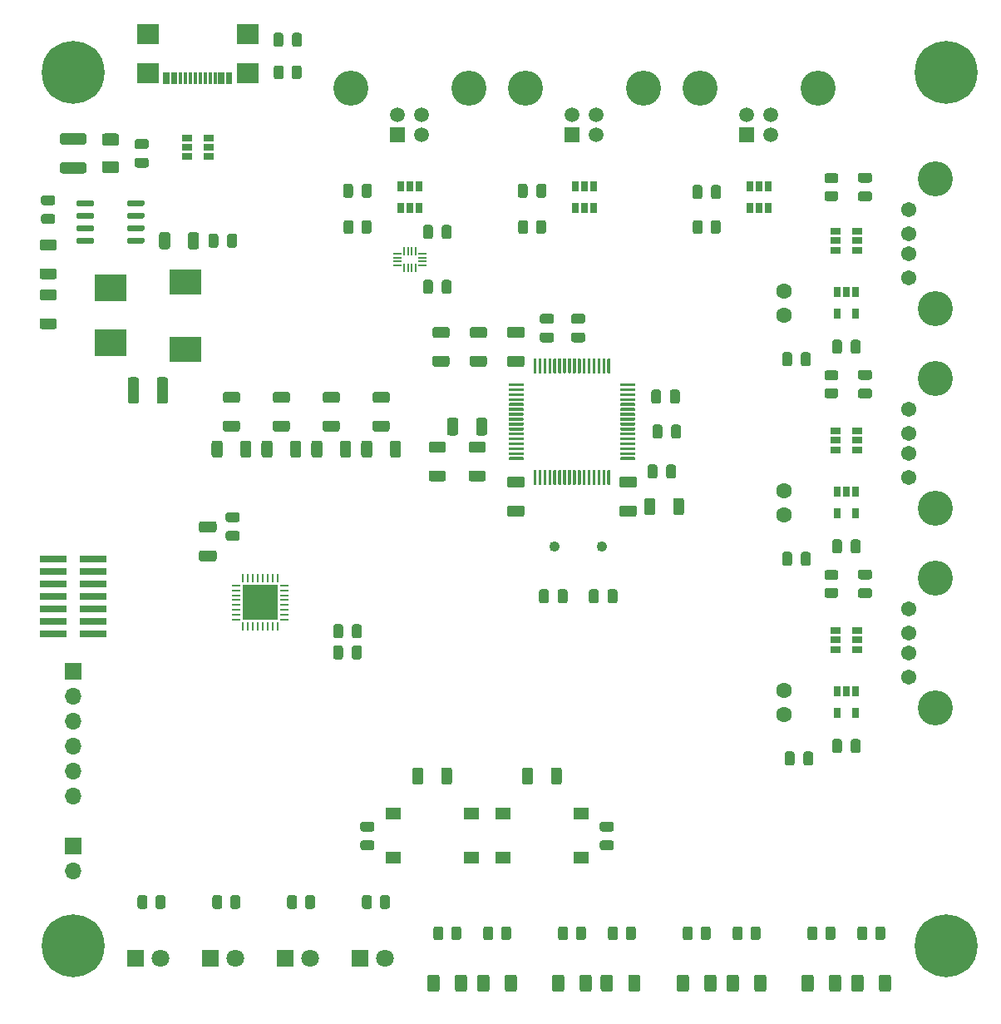
<source format=gts>
%TF.GenerationSoftware,KiCad,Pcbnew,(5.1.10)-1*%
%TF.CreationDate,2021-10-03T21:41:51+02:00*%
%TF.ProjectId,MUXUS,4d555855-532e-46b6-9963-61645f706362,rev?*%
%TF.SameCoordinates,Original*%
%TF.FileFunction,Soldermask,Top*%
%TF.FilePolarity,Negative*%
%FSLAX46Y46*%
G04 Gerber Fmt 4.6, Leading zero omitted, Abs format (unit mm)*
G04 Created by KiCad (PCBNEW (5.1.10)-1) date 2021-10-03 21:41:51*
%MOMM*%
%LPD*%
G01*
G04 APERTURE LIST*
%ADD10R,0.850000X0.200000*%
%ADD11R,0.200000X0.850000*%
%ADD12R,2.180000X2.000000*%
%ADD13R,0.300000X1.150000*%
%ADD14R,0.850000X0.250000*%
%ADD15R,0.250000X0.850000*%
%ADD16R,3.600000X3.600000*%
%ADD17O,1.700000X1.700000*%
%ADD18R,1.700000X1.700000*%
%ADD19R,2.790000X0.740000*%
%ADD20C,1.600000*%
%ADD21C,1.800000*%
%ADD22R,1.800000X1.800000*%
%ADD23R,3.300000X2.500000*%
%ADD24C,6.400000*%
%ADD25C,0.800000*%
%ADD26R,1.500000X1.500000*%
%ADD27C,1.500000*%
%ADD28C,3.570000*%
%ADD29C,1.545000*%
%ADD30R,3.200000X2.800000*%
%ADD31R,1.550000X1.300000*%
%ADD32R,1.060000X0.650000*%
%ADD33R,0.650000X1.060000*%
%ADD34C,1.080000*%
G04 APERTURE END LIST*
D10*
X55860000Y-38770000D03*
X55860000Y-39170000D03*
X55860000Y-39570000D03*
X55860000Y-39970000D03*
D11*
X55210000Y-40220000D03*
X54810000Y-40220000D03*
X54410000Y-40220000D03*
X54010000Y-40220000D03*
D10*
X53360000Y-39970000D03*
X53360000Y-39570000D03*
X53360000Y-39170000D03*
X53360000Y-38770000D03*
D11*
X54010000Y-38520000D03*
X54410000Y-38520000D03*
X54810000Y-38520000D03*
X55210000Y-38520000D03*
D12*
X27910000Y-20375000D03*
X38130000Y-20375000D03*
X27910000Y-16445000D03*
X38130000Y-16445000D03*
D13*
X36070000Y-20950000D03*
X35270000Y-20950000D03*
X34770000Y-20950000D03*
X33770000Y-20950000D03*
X32270000Y-20950000D03*
X31270000Y-20950000D03*
X30770000Y-20950000D03*
X29970000Y-20950000D03*
X29670000Y-20950000D03*
X30470000Y-20950000D03*
X31770000Y-20950000D03*
X32770000Y-20950000D03*
X33270000Y-20950000D03*
X34270000Y-20950000D03*
X35570000Y-20950000D03*
X36370000Y-20950000D03*
D14*
X36920000Y-72545000D03*
X36920000Y-73045000D03*
X36920000Y-73545000D03*
X36920000Y-74045000D03*
X36920000Y-74545000D03*
X36920000Y-75045000D03*
X36920000Y-75545000D03*
X36920000Y-76045000D03*
D15*
X37620000Y-76745000D03*
X38120000Y-76745000D03*
X38620000Y-76745000D03*
X39120000Y-76745000D03*
X39620000Y-76745000D03*
X40120000Y-76745000D03*
X40620000Y-76745000D03*
X41120000Y-76745000D03*
D14*
X41820000Y-76045000D03*
X41820000Y-75545000D03*
X41820000Y-75045000D03*
X41820000Y-74545000D03*
X41820000Y-74045000D03*
X41820000Y-73545000D03*
X41820000Y-73045000D03*
X41820000Y-72545000D03*
D15*
X41120000Y-71845000D03*
X40620000Y-71845000D03*
X40120000Y-71845000D03*
X39620000Y-71845000D03*
X39120000Y-71845000D03*
X38620000Y-71845000D03*
X38120000Y-71845000D03*
X37620000Y-71845000D03*
D16*
X39370000Y-74295000D03*
G36*
G01*
X52314001Y-53964000D02*
X51063999Y-53964000D01*
G75*
G02*
X50814000Y-53714001I0J249999D01*
G01*
X50814000Y-53088999D01*
G75*
G02*
X51063999Y-52839000I249999J0D01*
G01*
X52314001Y-52839000D01*
G75*
G02*
X52564000Y-53088999I0J-249999D01*
G01*
X52564000Y-53714001D01*
G75*
G02*
X52314001Y-53964000I-249999J0D01*
G01*
G37*
G36*
G01*
X52314001Y-56889000D02*
X51063999Y-56889000D01*
G75*
G02*
X50814000Y-56639001I0J249999D01*
G01*
X50814000Y-56013999D01*
G75*
G02*
X51063999Y-55764000I249999J0D01*
G01*
X52314001Y-55764000D01*
G75*
G02*
X52564000Y-56013999I0J-249999D01*
G01*
X52564000Y-56639001D01*
G75*
G02*
X52314001Y-56889000I-249999J0D01*
G01*
G37*
G36*
G01*
X50789000Y-58048999D02*
X50789000Y-59299001D01*
G75*
G02*
X50539001Y-59549000I-249999J0D01*
G01*
X49913999Y-59549000D01*
G75*
G02*
X49664000Y-59299001I0J249999D01*
G01*
X49664000Y-58048999D01*
G75*
G02*
X49913999Y-57799000I249999J0D01*
G01*
X50539001Y-57799000D01*
G75*
G02*
X50789000Y-58048999I0J-249999D01*
G01*
G37*
G36*
G01*
X53714000Y-58048999D02*
X53714000Y-59299001D01*
G75*
G02*
X53464001Y-59549000I-249999J0D01*
G01*
X52838999Y-59549000D01*
G75*
G02*
X52589000Y-59299001I0J249999D01*
G01*
X52589000Y-58048999D01*
G75*
G02*
X52838999Y-57799000I249999J0D01*
G01*
X53464001Y-57799000D01*
G75*
G02*
X53714000Y-58048999I0J-249999D01*
G01*
G37*
D17*
X20320000Y-93980000D03*
X20320000Y-91440000D03*
X20320000Y-88900000D03*
X20320000Y-86360000D03*
X20320000Y-83820000D03*
D18*
X20320000Y-81280000D03*
D17*
X20320000Y-101600000D03*
D18*
X20320000Y-99060000D03*
G36*
G01*
X57854000Y-42639000D02*
X57854000Y-41689000D01*
G75*
G02*
X58104000Y-41439000I250000J0D01*
G01*
X58604000Y-41439000D01*
G75*
G02*
X58854000Y-41689000I0J-250000D01*
G01*
X58854000Y-42639000D01*
G75*
G02*
X58604000Y-42889000I-250000J0D01*
G01*
X58104000Y-42889000D01*
G75*
G02*
X57854000Y-42639000I0J250000D01*
G01*
G37*
G36*
G01*
X55954000Y-42639000D02*
X55954000Y-41689000D01*
G75*
G02*
X56204000Y-41439000I250000J0D01*
G01*
X56704000Y-41439000D01*
G75*
G02*
X56954000Y-41689000I0J-250000D01*
G01*
X56954000Y-42639000D01*
G75*
G02*
X56704000Y-42889000I-250000J0D01*
G01*
X56204000Y-42889000D01*
G75*
G02*
X55954000Y-42639000I0J250000D01*
G01*
G37*
D19*
X22355000Y-77470000D03*
X18285000Y-77470000D03*
X22355000Y-76200000D03*
X18285000Y-76200000D03*
X22355000Y-74930000D03*
X18285000Y-74930000D03*
X22355000Y-73660000D03*
X18285000Y-73660000D03*
X22355000Y-72390000D03*
X18285000Y-72390000D03*
X22355000Y-71120000D03*
X18285000Y-71120000D03*
X22355000Y-69850000D03*
X18285000Y-69850000D03*
G36*
G01*
X67765000Y-74135000D02*
X67765000Y-73185000D01*
G75*
G02*
X68015000Y-72935000I250000J0D01*
G01*
X68515000Y-72935000D01*
G75*
G02*
X68765000Y-73185000I0J-250000D01*
G01*
X68765000Y-74135000D01*
G75*
G02*
X68515000Y-74385000I-250000J0D01*
G01*
X68015000Y-74385000D01*
G75*
G02*
X67765000Y-74135000I0J250000D01*
G01*
G37*
G36*
G01*
X69665000Y-74135000D02*
X69665000Y-73185000D01*
G75*
G02*
X69915000Y-72935000I250000J0D01*
G01*
X70415000Y-72935000D01*
G75*
G02*
X70665000Y-73185000I0J-250000D01*
G01*
X70665000Y-74135000D01*
G75*
G02*
X70415000Y-74385000I-250000J0D01*
G01*
X69915000Y-74385000D01*
G75*
G02*
X69665000Y-74135000I0J250000D01*
G01*
G37*
G36*
G01*
X74745000Y-74135000D02*
X74745000Y-73185000D01*
G75*
G02*
X74995000Y-72935000I250000J0D01*
G01*
X75495000Y-72935000D01*
G75*
G02*
X75745000Y-73185000I0J-250000D01*
G01*
X75745000Y-74135000D01*
G75*
G02*
X75495000Y-74385000I-250000J0D01*
G01*
X74995000Y-74385000D01*
G75*
G02*
X74745000Y-74135000I0J250000D01*
G01*
G37*
G36*
G01*
X72845000Y-74135000D02*
X72845000Y-73185000D01*
G75*
G02*
X73095000Y-72935000I250000J0D01*
G01*
X73595000Y-72935000D01*
G75*
G02*
X73845000Y-73185000I0J-250000D01*
G01*
X73845000Y-74135000D01*
G75*
G02*
X73595000Y-74385000I-250000J0D01*
G01*
X73095000Y-74385000D01*
G75*
G02*
X72845000Y-74135000I0J250000D01*
G01*
G37*
G36*
G01*
X43614000Y-16543000D02*
X43614000Y-17493000D01*
G75*
G02*
X43364000Y-17743000I-250000J0D01*
G01*
X42864000Y-17743000D01*
G75*
G02*
X42614000Y-17493000I0J250000D01*
G01*
X42614000Y-16543000D01*
G75*
G02*
X42864000Y-16293000I250000J0D01*
G01*
X43364000Y-16293000D01*
G75*
G02*
X43614000Y-16543000I0J-250000D01*
G01*
G37*
G36*
G01*
X41714000Y-16543000D02*
X41714000Y-17493000D01*
G75*
G02*
X41464000Y-17743000I-250000J0D01*
G01*
X40964000Y-17743000D01*
G75*
G02*
X40714000Y-17493000I0J250000D01*
G01*
X40714000Y-16543000D01*
G75*
G02*
X40964000Y-16293000I250000J0D01*
G01*
X41464000Y-16293000D01*
G75*
G02*
X41714000Y-16543000I0J-250000D01*
G01*
G37*
G36*
G01*
X77485001Y-62600000D02*
X76184999Y-62600000D01*
G75*
G02*
X75935000Y-62350001I0J249999D01*
G01*
X75935000Y-61699999D01*
G75*
G02*
X76184999Y-61450000I249999J0D01*
G01*
X77485001Y-61450000D01*
G75*
G02*
X77735000Y-61699999I0J-249999D01*
G01*
X77735000Y-62350001D01*
G75*
G02*
X77485001Y-62600000I-249999J0D01*
G01*
G37*
G36*
G01*
X77485001Y-65550000D02*
X76184999Y-65550000D01*
G75*
G02*
X75935000Y-65300001I0J249999D01*
G01*
X75935000Y-64649999D01*
G75*
G02*
X76184999Y-64400000I249999J0D01*
G01*
X77485001Y-64400000D01*
G75*
G02*
X77735000Y-64649999I0J-249999D01*
G01*
X77735000Y-65300001D01*
G75*
G02*
X77485001Y-65550000I-249999J0D01*
G01*
G37*
G36*
G01*
X58402000Y-57038001D02*
X58402000Y-55737999D01*
G75*
G02*
X58651999Y-55488000I249999J0D01*
G01*
X59302001Y-55488000D01*
G75*
G02*
X59552000Y-55737999I0J-249999D01*
G01*
X59552000Y-57038001D01*
G75*
G02*
X59302001Y-57288000I-249999J0D01*
G01*
X58651999Y-57288000D01*
G75*
G02*
X58402000Y-57038001I0J249999D01*
G01*
G37*
G36*
G01*
X61352000Y-57038001D02*
X61352000Y-55737999D01*
G75*
G02*
X61601999Y-55488000I249999J0D01*
G01*
X62252001Y-55488000D01*
G75*
G02*
X62502000Y-55737999I0J-249999D01*
G01*
X62502000Y-57038001D01*
G75*
G02*
X62252001Y-57288000I-249999J0D01*
G01*
X61601999Y-57288000D01*
G75*
G02*
X61352000Y-57038001I0J249999D01*
G01*
G37*
G36*
G01*
X64754999Y-49160000D02*
X66055001Y-49160000D01*
G75*
G02*
X66305000Y-49409999I0J-249999D01*
G01*
X66305000Y-50060001D01*
G75*
G02*
X66055001Y-50310000I-249999J0D01*
G01*
X64754999Y-50310000D01*
G75*
G02*
X64505000Y-50060001I0J249999D01*
G01*
X64505000Y-49409999D01*
G75*
G02*
X64754999Y-49160000I249999J0D01*
G01*
G37*
G36*
G01*
X64754999Y-46210000D02*
X66055001Y-46210000D01*
G75*
G02*
X66305000Y-46459999I0J-249999D01*
G01*
X66305000Y-47110001D01*
G75*
G02*
X66055001Y-47360000I-249999J0D01*
G01*
X64754999Y-47360000D01*
G75*
G02*
X64505000Y-47110001I0J249999D01*
G01*
X64505000Y-46459999D01*
G75*
G02*
X64754999Y-46210000I249999J0D01*
G01*
G37*
G36*
G01*
X66055001Y-65550000D02*
X64754999Y-65550000D01*
G75*
G02*
X64505000Y-65300001I0J249999D01*
G01*
X64505000Y-64649999D01*
G75*
G02*
X64754999Y-64400000I249999J0D01*
G01*
X66055001Y-64400000D01*
G75*
G02*
X66305000Y-64649999I0J-249999D01*
G01*
X66305000Y-65300001D01*
G75*
G02*
X66055001Y-65550000I-249999J0D01*
G01*
G37*
G36*
G01*
X66055001Y-62600000D02*
X64754999Y-62600000D01*
G75*
G02*
X64505000Y-62350001I0J249999D01*
G01*
X64505000Y-61699999D01*
G75*
G02*
X64754999Y-61450000I249999J0D01*
G01*
X66055001Y-61450000D01*
G75*
G02*
X66305000Y-61699999I0J-249999D01*
G01*
X66305000Y-62350001D01*
G75*
G02*
X66055001Y-62600000I-249999J0D01*
G01*
G37*
G36*
G01*
X81714000Y-60485000D02*
X81714000Y-61435000D01*
G75*
G02*
X81464000Y-61685000I-250000J0D01*
G01*
X80964000Y-61685000D01*
G75*
G02*
X80714000Y-61435000I0J250000D01*
G01*
X80714000Y-60485000D01*
G75*
G02*
X80964000Y-60235000I250000J0D01*
G01*
X81464000Y-60235000D01*
G75*
G02*
X81714000Y-60485000I0J-250000D01*
G01*
G37*
G36*
G01*
X79814000Y-60485000D02*
X79814000Y-61435000D01*
G75*
G02*
X79564000Y-61685000I-250000J0D01*
G01*
X79064000Y-61685000D01*
G75*
G02*
X78814000Y-61435000I0J250000D01*
G01*
X78814000Y-60485000D01*
G75*
G02*
X79064000Y-60235000I250000J0D01*
G01*
X79564000Y-60235000D01*
G75*
G02*
X79814000Y-60485000I0J-250000D01*
G01*
G37*
G36*
G01*
X82222000Y-56421000D02*
X82222000Y-57371000D01*
G75*
G02*
X81972000Y-57621000I-250000J0D01*
G01*
X81472000Y-57621000D01*
G75*
G02*
X81222000Y-57371000I0J250000D01*
G01*
X81222000Y-56421000D01*
G75*
G02*
X81472000Y-56171000I250000J0D01*
G01*
X81972000Y-56171000D01*
G75*
G02*
X82222000Y-56421000I0J-250000D01*
G01*
G37*
G36*
G01*
X80322000Y-56421000D02*
X80322000Y-57371000D01*
G75*
G02*
X80072000Y-57621000I-250000J0D01*
G01*
X79572000Y-57621000D01*
G75*
G02*
X79322000Y-57371000I0J250000D01*
G01*
X79322000Y-56421000D01*
G75*
G02*
X79572000Y-56171000I250000J0D01*
G01*
X80072000Y-56171000D01*
G75*
G02*
X80322000Y-56421000I0J-250000D01*
G01*
G37*
G36*
G01*
X80195000Y-52865000D02*
X80195000Y-53815000D01*
G75*
G02*
X79945000Y-54065000I-250000J0D01*
G01*
X79445000Y-54065000D01*
G75*
G02*
X79195000Y-53815000I0J250000D01*
G01*
X79195000Y-52865000D01*
G75*
G02*
X79445000Y-52615000I250000J0D01*
G01*
X79945000Y-52615000D01*
G75*
G02*
X80195000Y-52865000I0J-250000D01*
G01*
G37*
G36*
G01*
X82095000Y-52865000D02*
X82095000Y-53815000D01*
G75*
G02*
X81845000Y-54065000I-250000J0D01*
G01*
X81345000Y-54065000D01*
G75*
G02*
X81095000Y-53815000I0J250000D01*
G01*
X81095000Y-52865000D01*
G75*
G02*
X81345000Y-52615000I250000J0D01*
G01*
X81845000Y-52615000D01*
G75*
G02*
X82095000Y-52865000I0J-250000D01*
G01*
G37*
G36*
G01*
X71280000Y-44905000D02*
X72230000Y-44905000D01*
G75*
G02*
X72480000Y-45155000I0J-250000D01*
G01*
X72480000Y-45655000D01*
G75*
G02*
X72230000Y-45905000I-250000J0D01*
G01*
X71280000Y-45905000D01*
G75*
G02*
X71030000Y-45655000I0J250000D01*
G01*
X71030000Y-45155000D01*
G75*
G02*
X71280000Y-44905000I250000J0D01*
G01*
G37*
G36*
G01*
X71280000Y-46805000D02*
X72230000Y-46805000D01*
G75*
G02*
X72480000Y-47055000I0J-250000D01*
G01*
X72480000Y-47555000D01*
G75*
G02*
X72230000Y-47805000I-250000J0D01*
G01*
X71280000Y-47805000D01*
G75*
G02*
X71030000Y-47555000I0J250000D01*
G01*
X71030000Y-47055000D01*
G75*
G02*
X71280000Y-46805000I250000J0D01*
G01*
G37*
G36*
G01*
X68105000Y-46805000D02*
X69055000Y-46805000D01*
G75*
G02*
X69305000Y-47055000I0J-250000D01*
G01*
X69305000Y-47555000D01*
G75*
G02*
X69055000Y-47805000I-250000J0D01*
G01*
X68105000Y-47805000D01*
G75*
G02*
X67855000Y-47555000I0J250000D01*
G01*
X67855000Y-47055000D01*
G75*
G02*
X68105000Y-46805000I250000J0D01*
G01*
G37*
G36*
G01*
X68105000Y-44905000D02*
X69055000Y-44905000D01*
G75*
G02*
X69305000Y-45155000I0J-250000D01*
G01*
X69305000Y-45655000D01*
G75*
G02*
X69055000Y-45905000I-250000J0D01*
G01*
X68105000Y-45905000D01*
G75*
G02*
X67855000Y-45655000I0J250000D01*
G01*
X67855000Y-45155000D01*
G75*
G02*
X68105000Y-44905000I250000J0D01*
G01*
G37*
G36*
G01*
X101440000Y-71940000D02*
X100490000Y-71940000D01*
G75*
G02*
X100240000Y-71690000I0J250000D01*
G01*
X100240000Y-71190000D01*
G75*
G02*
X100490000Y-70940000I250000J0D01*
G01*
X101440000Y-70940000D01*
G75*
G02*
X101690000Y-71190000I0J-250000D01*
G01*
X101690000Y-71690000D01*
G75*
G02*
X101440000Y-71940000I-250000J0D01*
G01*
G37*
G36*
G01*
X101440000Y-73840000D02*
X100490000Y-73840000D01*
G75*
G02*
X100240000Y-73590000I0J250000D01*
G01*
X100240000Y-73090000D01*
G75*
G02*
X100490000Y-72840000I250000J0D01*
G01*
X101440000Y-72840000D01*
G75*
G02*
X101690000Y-73090000I0J-250000D01*
G01*
X101690000Y-73590000D01*
G75*
G02*
X101440000Y-73840000I-250000J0D01*
G01*
G37*
G36*
G01*
X49726000Y-32860000D02*
X49726000Y-31910000D01*
G75*
G02*
X49976000Y-31660000I250000J0D01*
G01*
X50476000Y-31660000D01*
G75*
G02*
X50726000Y-31910000I0J-250000D01*
G01*
X50726000Y-32860000D01*
G75*
G02*
X50476000Y-33110000I-250000J0D01*
G01*
X49976000Y-33110000D01*
G75*
G02*
X49726000Y-32860000I0J250000D01*
G01*
G37*
G36*
G01*
X47826000Y-32860000D02*
X47826000Y-31910000D01*
G75*
G02*
X48076000Y-31660000I250000J0D01*
G01*
X48576000Y-31660000D01*
G75*
G02*
X48826000Y-31910000I0J-250000D01*
G01*
X48826000Y-32860000D01*
G75*
G02*
X48576000Y-33110000I-250000J0D01*
G01*
X48076000Y-33110000D01*
G75*
G02*
X47826000Y-32860000I0J250000D01*
G01*
G37*
D20*
X92710000Y-85725000D03*
X92710000Y-83225000D03*
G36*
G01*
X55954000Y-37051000D02*
X55954000Y-36101000D01*
G75*
G02*
X56204000Y-35851000I250000J0D01*
G01*
X56704000Y-35851000D01*
G75*
G02*
X56954000Y-36101000I0J-250000D01*
G01*
X56954000Y-37051000D01*
G75*
G02*
X56704000Y-37301000I-250000J0D01*
G01*
X56204000Y-37301000D01*
G75*
G02*
X55954000Y-37051000I0J250000D01*
G01*
G37*
G36*
G01*
X57854000Y-37051000D02*
X57854000Y-36101000D01*
G75*
G02*
X58104000Y-35851000I250000J0D01*
G01*
X58604000Y-35851000D01*
G75*
G02*
X58854000Y-36101000I0J-250000D01*
G01*
X58854000Y-37051000D01*
G75*
G02*
X58604000Y-37301000I-250000J0D01*
G01*
X58104000Y-37301000D01*
G75*
G02*
X57854000Y-37051000I0J250000D01*
G01*
G37*
G36*
G01*
X92784000Y-90645000D02*
X92784000Y-89695000D01*
G75*
G02*
X93034000Y-89445000I250000J0D01*
G01*
X93534000Y-89445000D01*
G75*
G02*
X93784000Y-89695000I0J-250000D01*
G01*
X93784000Y-90645000D01*
G75*
G02*
X93534000Y-90895000I-250000J0D01*
G01*
X93034000Y-90895000D01*
G75*
G02*
X92784000Y-90645000I0J250000D01*
G01*
G37*
G36*
G01*
X94684000Y-90645000D02*
X94684000Y-89695000D01*
G75*
G02*
X94934000Y-89445000I250000J0D01*
G01*
X95434000Y-89445000D01*
G75*
G02*
X95684000Y-89695000I0J-250000D01*
G01*
X95684000Y-90645000D01*
G75*
G02*
X95434000Y-90895000I-250000J0D01*
G01*
X94934000Y-90895000D01*
G75*
G02*
X94684000Y-90645000I0J250000D01*
G01*
G37*
G36*
G01*
X99510000Y-89375000D02*
X99510000Y-88425000D01*
G75*
G02*
X99760000Y-88175000I250000J0D01*
G01*
X100260000Y-88175000D01*
G75*
G02*
X100510000Y-88425000I0J-250000D01*
G01*
X100510000Y-89375000D01*
G75*
G02*
X100260000Y-89625000I-250000J0D01*
G01*
X99760000Y-89625000D01*
G75*
G02*
X99510000Y-89375000I0J250000D01*
G01*
G37*
G36*
G01*
X97610000Y-89375000D02*
X97610000Y-88425000D01*
G75*
G02*
X97860000Y-88175000I250000J0D01*
G01*
X98360000Y-88175000D01*
G75*
G02*
X98610000Y-88425000I0J-250000D01*
G01*
X98610000Y-89375000D01*
G75*
G02*
X98360000Y-89625000I-250000J0D01*
G01*
X97860000Y-89625000D01*
G75*
G02*
X97610000Y-89375000I0J250000D01*
G01*
G37*
G36*
G01*
X48710000Y-77691000D02*
X48710000Y-76741000D01*
G75*
G02*
X48960000Y-76491000I250000J0D01*
G01*
X49460000Y-76491000D01*
G75*
G02*
X49710000Y-76741000I0J-250000D01*
G01*
X49710000Y-77691000D01*
G75*
G02*
X49460000Y-77941000I-250000J0D01*
G01*
X48960000Y-77941000D01*
G75*
G02*
X48710000Y-77691000I0J250000D01*
G01*
G37*
G36*
G01*
X46810000Y-77691000D02*
X46810000Y-76741000D01*
G75*
G02*
X47060000Y-76491000I250000J0D01*
G01*
X47560000Y-76491000D01*
G75*
G02*
X47810000Y-76741000I0J-250000D01*
G01*
X47810000Y-77691000D01*
G75*
G02*
X47560000Y-77941000I-250000J0D01*
G01*
X47060000Y-77941000D01*
G75*
G02*
X46810000Y-77691000I0J250000D01*
G01*
G37*
G36*
G01*
X48710000Y-79850000D02*
X48710000Y-78900000D01*
G75*
G02*
X48960000Y-78650000I250000J0D01*
G01*
X49460000Y-78650000D01*
G75*
G02*
X49710000Y-78900000I0J-250000D01*
G01*
X49710000Y-79850000D01*
G75*
G02*
X49460000Y-80100000I-250000J0D01*
G01*
X48960000Y-80100000D01*
G75*
G02*
X48710000Y-79850000I0J250000D01*
G01*
G37*
G36*
G01*
X46810000Y-79850000D02*
X46810000Y-78900000D01*
G75*
G02*
X47060000Y-78650000I250000J0D01*
G01*
X47560000Y-78650000D01*
G75*
G02*
X47810000Y-78900000I0J-250000D01*
G01*
X47810000Y-79850000D01*
G75*
G02*
X47560000Y-80100000I-250000J0D01*
G01*
X47060000Y-80100000D01*
G75*
G02*
X46810000Y-79850000I0J250000D01*
G01*
G37*
G36*
G01*
X37051000Y-67998000D02*
X36101000Y-67998000D01*
G75*
G02*
X35851000Y-67748000I0J250000D01*
G01*
X35851000Y-67248000D01*
G75*
G02*
X36101000Y-66998000I250000J0D01*
G01*
X37051000Y-66998000D01*
G75*
G02*
X37301000Y-67248000I0J-250000D01*
G01*
X37301000Y-67748000D01*
G75*
G02*
X37051000Y-67998000I-250000J0D01*
G01*
G37*
G36*
G01*
X37051000Y-66098000D02*
X36101000Y-66098000D01*
G75*
G02*
X35851000Y-65848000I0J250000D01*
G01*
X35851000Y-65348000D01*
G75*
G02*
X36101000Y-65098000I250000J0D01*
G01*
X37051000Y-65098000D01*
G75*
G02*
X37301000Y-65348000I0J-250000D01*
G01*
X37301000Y-65848000D01*
G75*
G02*
X37051000Y-66098000I-250000J0D01*
G01*
G37*
G36*
G01*
X101440000Y-51620000D02*
X100490000Y-51620000D01*
G75*
G02*
X100240000Y-51370000I0J250000D01*
G01*
X100240000Y-50870000D01*
G75*
G02*
X100490000Y-50620000I250000J0D01*
G01*
X101440000Y-50620000D01*
G75*
G02*
X101690000Y-50870000I0J-250000D01*
G01*
X101690000Y-51370000D01*
G75*
G02*
X101440000Y-51620000I-250000J0D01*
G01*
G37*
G36*
G01*
X101440000Y-53520000D02*
X100490000Y-53520000D01*
G75*
G02*
X100240000Y-53270000I0J250000D01*
G01*
X100240000Y-52770000D01*
G75*
G02*
X100490000Y-52520000I250000J0D01*
G01*
X101440000Y-52520000D01*
G75*
G02*
X101690000Y-52770000I0J-250000D01*
G01*
X101690000Y-53270000D01*
G75*
G02*
X101440000Y-53520000I-250000J0D01*
G01*
G37*
G36*
G01*
X65606000Y-32860000D02*
X65606000Y-31910000D01*
G75*
G02*
X65856000Y-31660000I250000J0D01*
G01*
X66356000Y-31660000D01*
G75*
G02*
X66606000Y-31910000I0J-250000D01*
G01*
X66606000Y-32860000D01*
G75*
G02*
X66356000Y-33110000I-250000J0D01*
G01*
X65856000Y-33110000D01*
G75*
G02*
X65606000Y-32860000I0J250000D01*
G01*
G37*
G36*
G01*
X67506000Y-32860000D02*
X67506000Y-31910000D01*
G75*
G02*
X67756000Y-31660000I250000J0D01*
G01*
X68256000Y-31660000D01*
G75*
G02*
X68506000Y-31910000I0J-250000D01*
G01*
X68506000Y-32860000D01*
G75*
G02*
X68256000Y-33110000I-250000J0D01*
G01*
X67756000Y-33110000D01*
G75*
G02*
X67506000Y-32860000I0J250000D01*
G01*
G37*
G36*
G01*
X34686001Y-70122000D02*
X33385999Y-70122000D01*
G75*
G02*
X33136000Y-69872001I0J249999D01*
G01*
X33136000Y-69221999D01*
G75*
G02*
X33385999Y-68972000I249999J0D01*
G01*
X34686001Y-68972000D01*
G75*
G02*
X34936000Y-69221999I0J-249999D01*
G01*
X34936000Y-69872001D01*
G75*
G02*
X34686001Y-70122000I-249999J0D01*
G01*
G37*
G36*
G01*
X34686001Y-67172000D02*
X33385999Y-67172000D01*
G75*
G02*
X33136000Y-66922001I0J249999D01*
G01*
X33136000Y-66271999D01*
G75*
G02*
X33385999Y-66022000I249999J0D01*
G01*
X34686001Y-66022000D01*
G75*
G02*
X34936000Y-66271999I0J-249999D01*
G01*
X34936000Y-66922001D01*
G75*
G02*
X34686001Y-67172000I-249999J0D01*
G01*
G37*
G36*
G01*
X75151000Y-99494000D02*
X74201000Y-99494000D01*
G75*
G02*
X73951000Y-99244000I0J250000D01*
G01*
X73951000Y-98744000D01*
G75*
G02*
X74201000Y-98494000I250000J0D01*
G01*
X75151000Y-98494000D01*
G75*
G02*
X75401000Y-98744000I0J-250000D01*
G01*
X75401000Y-99244000D01*
G75*
G02*
X75151000Y-99494000I-250000J0D01*
G01*
G37*
G36*
G01*
X75151000Y-97594000D02*
X74201000Y-97594000D01*
G75*
G02*
X73951000Y-97344000I0J250000D01*
G01*
X73951000Y-96844000D01*
G75*
G02*
X74201000Y-96594000I250000J0D01*
G01*
X75151000Y-96594000D01*
G75*
G02*
X75401000Y-96844000I0J-250000D01*
G01*
X75401000Y-97344000D01*
G75*
G02*
X75151000Y-97594000I-250000J0D01*
G01*
G37*
G36*
G01*
X50767000Y-97594000D02*
X49817000Y-97594000D01*
G75*
G02*
X49567000Y-97344000I0J250000D01*
G01*
X49567000Y-96844000D01*
G75*
G02*
X49817000Y-96594000I250000J0D01*
G01*
X50767000Y-96594000D01*
G75*
G02*
X51017000Y-96844000I0J-250000D01*
G01*
X51017000Y-97344000D01*
G75*
G02*
X50767000Y-97594000I-250000J0D01*
G01*
G37*
G36*
G01*
X50767000Y-99494000D02*
X49817000Y-99494000D01*
G75*
G02*
X49567000Y-99244000I0J250000D01*
G01*
X49567000Y-98744000D01*
G75*
G02*
X49817000Y-98494000I250000J0D01*
G01*
X50767000Y-98494000D01*
G75*
G02*
X51017000Y-98744000I0J-250000D01*
G01*
X51017000Y-99244000D01*
G75*
G02*
X50767000Y-99494000I-250000J0D01*
G01*
G37*
X92710000Y-62905000D03*
X92710000Y-65405000D03*
G36*
G01*
X94430000Y-70325000D02*
X94430000Y-69375000D01*
G75*
G02*
X94680000Y-69125000I250000J0D01*
G01*
X95180000Y-69125000D01*
G75*
G02*
X95430000Y-69375000I0J-250000D01*
G01*
X95430000Y-70325000D01*
G75*
G02*
X95180000Y-70575000I-250000J0D01*
G01*
X94680000Y-70575000D01*
G75*
G02*
X94430000Y-70325000I0J250000D01*
G01*
G37*
G36*
G01*
X92530000Y-70325000D02*
X92530000Y-69375000D01*
G75*
G02*
X92780000Y-69125000I250000J0D01*
G01*
X93280000Y-69125000D01*
G75*
G02*
X93530000Y-69375000I0J-250000D01*
G01*
X93530000Y-70325000D01*
G75*
G02*
X93280000Y-70575000I-250000J0D01*
G01*
X92780000Y-70575000D01*
G75*
G02*
X92530000Y-70325000I0J250000D01*
G01*
G37*
G36*
G01*
X19219999Y-26525000D02*
X21420001Y-26525000D01*
G75*
G02*
X21670000Y-26774999I0J-249999D01*
G01*
X21670000Y-27425001D01*
G75*
G02*
X21420001Y-27675000I-249999J0D01*
G01*
X19219999Y-27675000D01*
G75*
G02*
X18970000Y-27425001I0J249999D01*
G01*
X18970000Y-26774999D01*
G75*
G02*
X19219999Y-26525000I249999J0D01*
G01*
G37*
G36*
G01*
X19219999Y-29475000D02*
X21420001Y-29475000D01*
G75*
G02*
X21670000Y-29724999I0J-249999D01*
G01*
X21670000Y-30375001D01*
G75*
G02*
X21420001Y-30625000I-249999J0D01*
G01*
X19219999Y-30625000D01*
G75*
G02*
X18970000Y-30375001I0J249999D01*
G01*
X18970000Y-29724999D01*
G75*
G02*
X19219999Y-29475000I249999J0D01*
G01*
G37*
G36*
G01*
X26830000Y-27125000D02*
X27780000Y-27125000D01*
G75*
G02*
X28030000Y-27375000I0J-250000D01*
G01*
X28030000Y-27875000D01*
G75*
G02*
X27780000Y-28125000I-250000J0D01*
G01*
X26830000Y-28125000D01*
G75*
G02*
X26580000Y-27875000I0J250000D01*
G01*
X26580000Y-27375000D01*
G75*
G02*
X26830000Y-27125000I250000J0D01*
G01*
G37*
G36*
G01*
X26830000Y-29025000D02*
X27780000Y-29025000D01*
G75*
G02*
X28030000Y-29275000I0J-250000D01*
G01*
X28030000Y-29775000D01*
G75*
G02*
X27780000Y-30025000I-250000J0D01*
G01*
X26830000Y-30025000D01*
G75*
G02*
X26580000Y-29775000I0J250000D01*
G01*
X26580000Y-29275000D01*
G75*
G02*
X26830000Y-29025000I250000J0D01*
G01*
G37*
G36*
G01*
X97610000Y-69055000D02*
X97610000Y-68105000D01*
G75*
G02*
X97860000Y-67855000I250000J0D01*
G01*
X98360000Y-67855000D01*
G75*
G02*
X98610000Y-68105000I0J-250000D01*
G01*
X98610000Y-69055000D01*
G75*
G02*
X98360000Y-69305000I-250000J0D01*
G01*
X97860000Y-69305000D01*
G75*
G02*
X97610000Y-69055000I0J250000D01*
G01*
G37*
G36*
G01*
X99510000Y-69055000D02*
X99510000Y-68105000D01*
G75*
G02*
X99760000Y-67855000I250000J0D01*
G01*
X100260000Y-67855000D01*
G75*
G02*
X100510000Y-68105000I0J-250000D01*
G01*
X100510000Y-69055000D01*
G75*
G02*
X100260000Y-69305000I-250000J0D01*
G01*
X99760000Y-69305000D01*
G75*
G02*
X99510000Y-69055000I0J250000D01*
G01*
G37*
G36*
G01*
X37010000Y-36990000D02*
X37010000Y-37940000D01*
G75*
G02*
X36760000Y-38190000I-250000J0D01*
G01*
X36260000Y-38190000D01*
G75*
G02*
X36010000Y-37940000I0J250000D01*
G01*
X36010000Y-36990000D01*
G75*
G02*
X36260000Y-36740000I250000J0D01*
G01*
X36760000Y-36740000D01*
G75*
G02*
X37010000Y-36990000I0J-250000D01*
G01*
G37*
G36*
G01*
X35110000Y-36990000D02*
X35110000Y-37940000D01*
G75*
G02*
X34860000Y-38190000I-250000J0D01*
G01*
X34360000Y-38190000D01*
G75*
G02*
X34110000Y-37940000I0J250000D01*
G01*
X34110000Y-36990000D01*
G75*
G02*
X34360000Y-36740000I250000J0D01*
G01*
X34860000Y-36740000D01*
G75*
G02*
X35110000Y-36990000I0J-250000D01*
G01*
G37*
G36*
G01*
X18255000Y-35740000D02*
X17305000Y-35740000D01*
G75*
G02*
X17055000Y-35490000I0J250000D01*
G01*
X17055000Y-34990000D01*
G75*
G02*
X17305000Y-34740000I250000J0D01*
G01*
X18255000Y-34740000D01*
G75*
G02*
X18505000Y-34990000I0J-250000D01*
G01*
X18505000Y-35490000D01*
G75*
G02*
X18255000Y-35740000I-250000J0D01*
G01*
G37*
G36*
G01*
X18255000Y-33840000D02*
X17305000Y-33840000D01*
G75*
G02*
X17055000Y-33590000I0J250000D01*
G01*
X17055000Y-33090000D01*
G75*
G02*
X17305000Y-32840000I250000J0D01*
G01*
X18255000Y-32840000D01*
G75*
G02*
X18505000Y-33090000I0J-250000D01*
G01*
X18505000Y-33590000D01*
G75*
G02*
X18255000Y-33840000I-250000J0D01*
G01*
G37*
G36*
G01*
X101440000Y-31554000D02*
X100490000Y-31554000D01*
G75*
G02*
X100240000Y-31304000I0J250000D01*
G01*
X100240000Y-30804000D01*
G75*
G02*
X100490000Y-30554000I250000J0D01*
G01*
X101440000Y-30554000D01*
G75*
G02*
X101690000Y-30804000I0J-250000D01*
G01*
X101690000Y-31304000D01*
G75*
G02*
X101440000Y-31554000I-250000J0D01*
G01*
G37*
G36*
G01*
X101440000Y-33454000D02*
X100490000Y-33454000D01*
G75*
G02*
X100240000Y-33204000I0J250000D01*
G01*
X100240000Y-32704000D01*
G75*
G02*
X100490000Y-32454000I250000J0D01*
G01*
X101440000Y-32454000D01*
G75*
G02*
X101690000Y-32704000I0J-250000D01*
G01*
X101690000Y-33204000D01*
G75*
G02*
X101440000Y-33454000I-250000J0D01*
G01*
G37*
G36*
G01*
X85286000Y-32987000D02*
X85286000Y-32037000D01*
G75*
G02*
X85536000Y-31787000I250000J0D01*
G01*
X86036000Y-31787000D01*
G75*
G02*
X86286000Y-32037000I0J-250000D01*
G01*
X86286000Y-32987000D01*
G75*
G02*
X86036000Y-33237000I-250000J0D01*
G01*
X85536000Y-33237000D01*
G75*
G02*
X85286000Y-32987000I0J250000D01*
G01*
G37*
G36*
G01*
X83386000Y-32987000D02*
X83386000Y-32037000D01*
G75*
G02*
X83636000Y-31787000I250000J0D01*
G01*
X84136000Y-31787000D01*
G75*
G02*
X84386000Y-32037000I0J-250000D01*
G01*
X84386000Y-32987000D01*
G75*
G02*
X84136000Y-33237000I-250000J0D01*
G01*
X83636000Y-33237000D01*
G75*
G02*
X83386000Y-32987000I0J250000D01*
G01*
G37*
X92710000Y-45085000D03*
X92710000Y-42585000D03*
G36*
G01*
X92530000Y-50005000D02*
X92530000Y-49055000D01*
G75*
G02*
X92780000Y-48805000I250000J0D01*
G01*
X93280000Y-48805000D01*
G75*
G02*
X93530000Y-49055000I0J-250000D01*
G01*
X93530000Y-50005000D01*
G75*
G02*
X93280000Y-50255000I-250000J0D01*
G01*
X92780000Y-50255000D01*
G75*
G02*
X92530000Y-50005000I0J250000D01*
G01*
G37*
G36*
G01*
X94430000Y-50005000D02*
X94430000Y-49055000D01*
G75*
G02*
X94680000Y-48805000I250000J0D01*
G01*
X95180000Y-48805000D01*
G75*
G02*
X95430000Y-49055000I0J-250000D01*
G01*
X95430000Y-50005000D01*
G75*
G02*
X95180000Y-50255000I-250000J0D01*
G01*
X94680000Y-50255000D01*
G75*
G02*
X94430000Y-50005000I0J250000D01*
G01*
G37*
G36*
G01*
X27040000Y-51604999D02*
X27040000Y-53805001D01*
G75*
G02*
X26790001Y-54055000I-249999J0D01*
G01*
X26139999Y-54055000D01*
G75*
G02*
X25890000Y-53805001I0J249999D01*
G01*
X25890000Y-51604999D01*
G75*
G02*
X26139999Y-51355000I249999J0D01*
G01*
X26790001Y-51355000D01*
G75*
G02*
X27040000Y-51604999I0J-249999D01*
G01*
G37*
G36*
G01*
X29990000Y-51604999D02*
X29990000Y-53805001D01*
G75*
G02*
X29740001Y-54055000I-249999J0D01*
G01*
X29089999Y-54055000D01*
G75*
G02*
X28840000Y-53805001I0J249999D01*
G01*
X28840000Y-51604999D01*
G75*
G02*
X29089999Y-51355000I249999J0D01*
G01*
X29740001Y-51355000D01*
G75*
G02*
X29990000Y-51604999I0J-249999D01*
G01*
G37*
G36*
G01*
X99510000Y-48735000D02*
X99510000Y-47785000D01*
G75*
G02*
X99760000Y-47535000I250000J0D01*
G01*
X100260000Y-47535000D01*
G75*
G02*
X100510000Y-47785000I0J-250000D01*
G01*
X100510000Y-48735000D01*
G75*
G02*
X100260000Y-48985000I-250000J0D01*
G01*
X99760000Y-48985000D01*
G75*
G02*
X99510000Y-48735000I0J250000D01*
G01*
G37*
G36*
G01*
X97610000Y-48735000D02*
X97610000Y-47785000D01*
G75*
G02*
X97860000Y-47535000I250000J0D01*
G01*
X98360000Y-47535000D01*
G75*
G02*
X98610000Y-47785000I0J-250000D01*
G01*
X98610000Y-48735000D01*
G75*
G02*
X98360000Y-48985000I-250000J0D01*
G01*
X97860000Y-48985000D01*
G75*
G02*
X97610000Y-48735000I0J250000D01*
G01*
G37*
G36*
G01*
X99575000Y-113655000D02*
X99575000Y-112405000D01*
G75*
G02*
X99825000Y-112155000I250000J0D01*
G01*
X100575000Y-112155000D01*
G75*
G02*
X100825000Y-112405000I0J-250000D01*
G01*
X100825000Y-113655000D01*
G75*
G02*
X100575000Y-113905000I-250000J0D01*
G01*
X99825000Y-113905000D01*
G75*
G02*
X99575000Y-113655000I0J250000D01*
G01*
G37*
G36*
G01*
X102375000Y-113655000D02*
X102375000Y-112405000D01*
G75*
G02*
X102625000Y-112155000I250000J0D01*
G01*
X103375000Y-112155000D01*
G75*
G02*
X103625000Y-112405000I0J-250000D01*
G01*
X103625000Y-113655000D01*
G75*
G02*
X103375000Y-113905000I-250000J0D01*
G01*
X102625000Y-113905000D01*
G75*
G02*
X102375000Y-113655000I0J250000D01*
G01*
G37*
G36*
G01*
X97295000Y-113655000D02*
X97295000Y-112405000D01*
G75*
G02*
X97545000Y-112155000I250000J0D01*
G01*
X98295000Y-112155000D01*
G75*
G02*
X98545000Y-112405000I0J-250000D01*
G01*
X98545000Y-113655000D01*
G75*
G02*
X98295000Y-113905000I-250000J0D01*
G01*
X97545000Y-113905000D01*
G75*
G02*
X97295000Y-113655000I0J250000D01*
G01*
G37*
G36*
G01*
X94495000Y-113655000D02*
X94495000Y-112405000D01*
G75*
G02*
X94745000Y-112155000I250000J0D01*
G01*
X95495000Y-112155000D01*
G75*
G02*
X95745000Y-112405000I0J-250000D01*
G01*
X95745000Y-113655000D01*
G75*
G02*
X95495000Y-113905000I-250000J0D01*
G01*
X94745000Y-113905000D01*
G75*
G02*
X94495000Y-113655000I0J250000D01*
G01*
G37*
G36*
G01*
X89675000Y-113655000D02*
X89675000Y-112405000D01*
G75*
G02*
X89925000Y-112155000I250000J0D01*
G01*
X90675000Y-112155000D01*
G75*
G02*
X90925000Y-112405000I0J-250000D01*
G01*
X90925000Y-113655000D01*
G75*
G02*
X90675000Y-113905000I-250000J0D01*
G01*
X89925000Y-113905000D01*
G75*
G02*
X89675000Y-113655000I0J250000D01*
G01*
G37*
G36*
G01*
X86875000Y-113655000D02*
X86875000Y-112405000D01*
G75*
G02*
X87125000Y-112155000I250000J0D01*
G01*
X87875000Y-112155000D01*
G75*
G02*
X88125000Y-112405000I0J-250000D01*
G01*
X88125000Y-113655000D01*
G75*
G02*
X87875000Y-113905000I-250000J0D01*
G01*
X87125000Y-113905000D01*
G75*
G02*
X86875000Y-113655000I0J250000D01*
G01*
G37*
G36*
G01*
X81795000Y-113655000D02*
X81795000Y-112405000D01*
G75*
G02*
X82045000Y-112155000I250000J0D01*
G01*
X82795000Y-112155000D01*
G75*
G02*
X83045000Y-112405000I0J-250000D01*
G01*
X83045000Y-113655000D01*
G75*
G02*
X82795000Y-113905000I-250000J0D01*
G01*
X82045000Y-113905000D01*
G75*
G02*
X81795000Y-113655000I0J250000D01*
G01*
G37*
G36*
G01*
X84595000Y-113655000D02*
X84595000Y-112405000D01*
G75*
G02*
X84845000Y-112155000I250000J0D01*
G01*
X85595000Y-112155000D01*
G75*
G02*
X85845000Y-112405000I0J-250000D01*
G01*
X85845000Y-113655000D01*
G75*
G02*
X85595000Y-113905000I-250000J0D01*
G01*
X84845000Y-113905000D01*
G75*
G02*
X84595000Y-113655000I0J250000D01*
G01*
G37*
G36*
G01*
X76845000Y-113655000D02*
X76845000Y-112405000D01*
G75*
G02*
X77095000Y-112155000I250000J0D01*
G01*
X77845000Y-112155000D01*
G75*
G02*
X78095000Y-112405000I0J-250000D01*
G01*
X78095000Y-113655000D01*
G75*
G02*
X77845000Y-113905000I-250000J0D01*
G01*
X77095000Y-113905000D01*
G75*
G02*
X76845000Y-113655000I0J250000D01*
G01*
G37*
G36*
G01*
X74045000Y-113655000D02*
X74045000Y-112405000D01*
G75*
G02*
X74295000Y-112155000I250000J0D01*
G01*
X75045000Y-112155000D01*
G75*
G02*
X75295000Y-112405000I0J-250000D01*
G01*
X75295000Y-113655000D01*
G75*
G02*
X75045000Y-113905000I-250000J0D01*
G01*
X74295000Y-113905000D01*
G75*
G02*
X74045000Y-113655000I0J250000D01*
G01*
G37*
G36*
G01*
X71895000Y-113655000D02*
X71895000Y-112405000D01*
G75*
G02*
X72145000Y-112155000I250000J0D01*
G01*
X72895000Y-112155000D01*
G75*
G02*
X73145000Y-112405000I0J-250000D01*
G01*
X73145000Y-113655000D01*
G75*
G02*
X72895000Y-113905000I-250000J0D01*
G01*
X72145000Y-113905000D01*
G75*
G02*
X71895000Y-113655000I0J250000D01*
G01*
G37*
G36*
G01*
X69095000Y-113655000D02*
X69095000Y-112405000D01*
G75*
G02*
X69345000Y-112155000I250000J0D01*
G01*
X70095000Y-112155000D01*
G75*
G02*
X70345000Y-112405000I0J-250000D01*
G01*
X70345000Y-113655000D01*
G75*
G02*
X70095000Y-113905000I-250000J0D01*
G01*
X69345000Y-113905000D01*
G75*
G02*
X69095000Y-113655000I0J250000D01*
G01*
G37*
G36*
G01*
X61475000Y-113655000D02*
X61475000Y-112405000D01*
G75*
G02*
X61725000Y-112155000I250000J0D01*
G01*
X62475000Y-112155000D01*
G75*
G02*
X62725000Y-112405000I0J-250000D01*
G01*
X62725000Y-113655000D01*
G75*
G02*
X62475000Y-113905000I-250000J0D01*
G01*
X61725000Y-113905000D01*
G75*
G02*
X61475000Y-113655000I0J250000D01*
G01*
G37*
G36*
G01*
X64275000Y-113655000D02*
X64275000Y-112405000D01*
G75*
G02*
X64525000Y-112155000I250000J0D01*
G01*
X65275000Y-112155000D01*
G75*
G02*
X65525000Y-112405000I0J-250000D01*
G01*
X65525000Y-113655000D01*
G75*
G02*
X65275000Y-113905000I-250000J0D01*
G01*
X64525000Y-113905000D01*
G75*
G02*
X64275000Y-113655000I0J250000D01*
G01*
G37*
G36*
G01*
X56395000Y-113655000D02*
X56395000Y-112405000D01*
G75*
G02*
X56645000Y-112155000I250000J0D01*
G01*
X57395000Y-112155000D01*
G75*
G02*
X57645000Y-112405000I0J-250000D01*
G01*
X57645000Y-113655000D01*
G75*
G02*
X57395000Y-113905000I-250000J0D01*
G01*
X56645000Y-113905000D01*
G75*
G02*
X56395000Y-113655000I0J250000D01*
G01*
G37*
G36*
G01*
X59195000Y-113655000D02*
X59195000Y-112405000D01*
G75*
G02*
X59445000Y-112155000I250000J0D01*
G01*
X60195000Y-112155000D01*
G75*
G02*
X60445000Y-112405000I0J-250000D01*
G01*
X60445000Y-113655000D01*
G75*
G02*
X60195000Y-113905000I-250000J0D01*
G01*
X59445000Y-113905000D01*
G75*
G02*
X59195000Y-113655000I0J250000D01*
G01*
G37*
D21*
X29210000Y-110490000D03*
D22*
X26670000Y-110490000D03*
X34290000Y-110490000D03*
D21*
X36830000Y-110490000D03*
X44450000Y-110490000D03*
D22*
X41910000Y-110490000D03*
X49530000Y-110490000D03*
D21*
X52070000Y-110490000D03*
D23*
X31750000Y-41685000D03*
X31750000Y-48485000D03*
G36*
G01*
X24755000Y-30600000D02*
X23505000Y-30600000D01*
G75*
G02*
X23255000Y-30350000I0J250000D01*
G01*
X23255000Y-29600000D01*
G75*
G02*
X23505000Y-29350000I250000J0D01*
G01*
X24755000Y-29350000D01*
G75*
G02*
X25005000Y-29600000I0J-250000D01*
G01*
X25005000Y-30350000D01*
G75*
G02*
X24755000Y-30600000I-250000J0D01*
G01*
G37*
G36*
G01*
X24755000Y-27800000D02*
X23505000Y-27800000D01*
G75*
G02*
X23255000Y-27550000I0J250000D01*
G01*
X23255000Y-26800000D01*
G75*
G02*
X23505000Y-26550000I250000J0D01*
G01*
X24755000Y-26550000D01*
G75*
G02*
X25005000Y-26800000I0J-250000D01*
G01*
X25005000Y-27550000D01*
G75*
G02*
X24755000Y-27800000I-250000J0D01*
G01*
G37*
D24*
X109220000Y-20320000D03*
D25*
X111620000Y-20320000D03*
X110917056Y-22017056D03*
X109220000Y-22720000D03*
X107522944Y-22017056D03*
X106820000Y-20320000D03*
X107522944Y-18622944D03*
X109220000Y-17920000D03*
X110917056Y-18622944D03*
X22017056Y-18622944D03*
X20320000Y-17920000D03*
X18622944Y-18622944D03*
X17920000Y-20320000D03*
X18622944Y-22017056D03*
X20320000Y-22720000D03*
X22017056Y-22017056D03*
X22720000Y-20320000D03*
D24*
X20320000Y-20320000D03*
D25*
X110917056Y-107522944D03*
X109220000Y-106820000D03*
X107522944Y-107522944D03*
X106820000Y-109220000D03*
X107522944Y-110917056D03*
X109220000Y-111620000D03*
X110917056Y-110917056D03*
X111620000Y-109220000D03*
D24*
X109220000Y-109220000D03*
X20320000Y-109220000D03*
D25*
X22720000Y-109220000D03*
X22017056Y-110917056D03*
X20320000Y-111620000D03*
X18622944Y-110917056D03*
X17920000Y-109220000D03*
X18622944Y-107522944D03*
X20320000Y-106820000D03*
X22017056Y-107522944D03*
D26*
X53340000Y-26670000D03*
D27*
X55840000Y-26670000D03*
X55840000Y-24670000D03*
X53340000Y-24670000D03*
D28*
X60610000Y-21960000D03*
X48570000Y-21960000D03*
X108120000Y-71845000D03*
X108120000Y-84985000D03*
D29*
X105410000Y-74915000D03*
X105410000Y-77415000D03*
X105410000Y-79415000D03*
X105410000Y-81915000D03*
D26*
X71120000Y-26670000D03*
D27*
X73620000Y-26670000D03*
X73620000Y-24670000D03*
X71120000Y-24670000D03*
D28*
X78390000Y-21960000D03*
X66350000Y-21960000D03*
D29*
X105410000Y-61595000D03*
X105410000Y-59095000D03*
X105410000Y-57095000D03*
X105410000Y-54595000D03*
D28*
X108120000Y-64665000D03*
X108120000Y-51525000D03*
D26*
X88900000Y-26670000D03*
D27*
X91400000Y-26670000D03*
X91400000Y-24670000D03*
X88900000Y-24670000D03*
D28*
X96170000Y-21960000D03*
X84130000Y-21960000D03*
D29*
X105410000Y-41275000D03*
X105410000Y-38775000D03*
X105410000Y-36775000D03*
X105410000Y-34275000D03*
D28*
X108120000Y-44345000D03*
X108120000Y-31205000D03*
D30*
X24130000Y-42285000D03*
X24130000Y-47885000D03*
G36*
G01*
X43589000Y-19869999D02*
X43589000Y-20770001D01*
G75*
G02*
X43339001Y-21020000I-249999J0D01*
G01*
X42813999Y-21020000D01*
G75*
G02*
X42564000Y-20770001I0J249999D01*
G01*
X42564000Y-19869999D01*
G75*
G02*
X42813999Y-19620000I249999J0D01*
G01*
X43339001Y-19620000D01*
G75*
G02*
X43589000Y-19869999I0J-249999D01*
G01*
G37*
G36*
G01*
X41764000Y-19869999D02*
X41764000Y-20770001D01*
G75*
G02*
X41514001Y-21020000I-249999J0D01*
G01*
X40988999Y-21020000D01*
G75*
G02*
X40739000Y-20770001I0J249999D01*
G01*
X40739000Y-19869999D01*
G75*
G02*
X40988999Y-19620000I249999J0D01*
G01*
X41514001Y-19620000D01*
G75*
G02*
X41764000Y-19869999I0J-249999D01*
G01*
G37*
G36*
G01*
X56778999Y-60844000D02*
X58029001Y-60844000D01*
G75*
G02*
X58279000Y-61093999I0J-249999D01*
G01*
X58279000Y-61719001D01*
G75*
G02*
X58029001Y-61969000I-249999J0D01*
G01*
X56778999Y-61969000D01*
G75*
G02*
X56529000Y-61719001I0J249999D01*
G01*
X56529000Y-61093999D01*
G75*
G02*
X56778999Y-60844000I249999J0D01*
G01*
G37*
G36*
G01*
X56778999Y-57919000D02*
X58029001Y-57919000D01*
G75*
G02*
X58279000Y-58168999I0J-249999D01*
G01*
X58279000Y-58794001D01*
G75*
G02*
X58029001Y-59044000I-249999J0D01*
G01*
X56778999Y-59044000D01*
G75*
G02*
X56529000Y-58794001I0J249999D01*
G01*
X56529000Y-58168999D01*
G75*
G02*
X56778999Y-57919000I249999J0D01*
G01*
G37*
G36*
G01*
X60842999Y-57919000D02*
X62093001Y-57919000D01*
G75*
G02*
X62343000Y-58168999I0J-249999D01*
G01*
X62343000Y-58794001D01*
G75*
G02*
X62093001Y-59044000I-249999J0D01*
G01*
X60842999Y-59044000D01*
G75*
G02*
X60593000Y-58794001I0J249999D01*
G01*
X60593000Y-58168999D01*
G75*
G02*
X60842999Y-57919000I249999J0D01*
G01*
G37*
G36*
G01*
X60842999Y-60844000D02*
X62093001Y-60844000D01*
G75*
G02*
X62343000Y-61093999I0J-249999D01*
G01*
X62343000Y-61719001D01*
G75*
G02*
X62093001Y-61969000I-249999J0D01*
G01*
X60842999Y-61969000D01*
G75*
G02*
X60593000Y-61719001I0J249999D01*
G01*
X60593000Y-61093999D01*
G75*
G02*
X60842999Y-60844000I249999J0D01*
G01*
G37*
G36*
G01*
X81418000Y-65141001D02*
X81418000Y-63890999D01*
G75*
G02*
X81667999Y-63641000I249999J0D01*
G01*
X82293001Y-63641000D01*
G75*
G02*
X82543000Y-63890999I0J-249999D01*
G01*
X82543000Y-65141001D01*
G75*
G02*
X82293001Y-65391000I-249999J0D01*
G01*
X81667999Y-65391000D01*
G75*
G02*
X81418000Y-65141001I0J249999D01*
G01*
G37*
G36*
G01*
X78493000Y-65141001D02*
X78493000Y-63890999D01*
G75*
G02*
X78742999Y-63641000I249999J0D01*
G01*
X79368001Y-63641000D01*
G75*
G02*
X79618000Y-63890999I0J-249999D01*
G01*
X79618000Y-65141001D01*
G75*
G02*
X79368001Y-65391000I-249999J0D01*
G01*
X78742999Y-65391000D01*
G75*
G02*
X78493000Y-65141001I0J249999D01*
G01*
G37*
G36*
G01*
X103025000Y-107499999D02*
X103025000Y-108400001D01*
G75*
G02*
X102775001Y-108650000I-249999J0D01*
G01*
X102249999Y-108650000D01*
G75*
G02*
X102000000Y-108400001I0J249999D01*
G01*
X102000000Y-107499999D01*
G75*
G02*
X102249999Y-107250000I249999J0D01*
G01*
X102775001Y-107250000D01*
G75*
G02*
X103025000Y-107499999I0J-249999D01*
G01*
G37*
G36*
G01*
X101200000Y-107499999D02*
X101200000Y-108400001D01*
G75*
G02*
X100950001Y-108650000I-249999J0D01*
G01*
X100424999Y-108650000D01*
G75*
G02*
X100175000Y-108400001I0J249999D01*
G01*
X100175000Y-107499999D01*
G75*
G02*
X100424999Y-107250000I249999J0D01*
G01*
X100950001Y-107250000D01*
G75*
G02*
X101200000Y-107499999I0J-249999D01*
G01*
G37*
G36*
G01*
X96120000Y-107499999D02*
X96120000Y-108400001D01*
G75*
G02*
X95870001Y-108650000I-249999J0D01*
G01*
X95344999Y-108650000D01*
G75*
G02*
X95095000Y-108400001I0J249999D01*
G01*
X95095000Y-107499999D01*
G75*
G02*
X95344999Y-107250000I249999J0D01*
G01*
X95870001Y-107250000D01*
G75*
G02*
X96120000Y-107499999I0J-249999D01*
G01*
G37*
G36*
G01*
X97945000Y-107499999D02*
X97945000Y-108400001D01*
G75*
G02*
X97695001Y-108650000I-249999J0D01*
G01*
X97169999Y-108650000D01*
G75*
G02*
X96920000Y-108400001I0J249999D01*
G01*
X96920000Y-107499999D01*
G75*
G02*
X97169999Y-107250000I249999J0D01*
G01*
X97695001Y-107250000D01*
G75*
G02*
X97945000Y-107499999I0J-249999D01*
G01*
G37*
G36*
G01*
X90325000Y-107499999D02*
X90325000Y-108400001D01*
G75*
G02*
X90075001Y-108650000I-249999J0D01*
G01*
X89549999Y-108650000D01*
G75*
G02*
X89300000Y-108400001I0J249999D01*
G01*
X89300000Y-107499999D01*
G75*
G02*
X89549999Y-107250000I249999J0D01*
G01*
X90075001Y-107250000D01*
G75*
G02*
X90325000Y-107499999I0J-249999D01*
G01*
G37*
G36*
G01*
X88500000Y-107499999D02*
X88500000Y-108400001D01*
G75*
G02*
X88250001Y-108650000I-249999J0D01*
G01*
X87724999Y-108650000D01*
G75*
G02*
X87475000Y-108400001I0J249999D01*
G01*
X87475000Y-107499999D01*
G75*
G02*
X87724999Y-107250000I249999J0D01*
G01*
X88250001Y-107250000D01*
G75*
G02*
X88500000Y-107499999I0J-249999D01*
G01*
G37*
G36*
G01*
X85245000Y-107499999D02*
X85245000Y-108400001D01*
G75*
G02*
X84995001Y-108650000I-249999J0D01*
G01*
X84469999Y-108650000D01*
G75*
G02*
X84220000Y-108400001I0J249999D01*
G01*
X84220000Y-107499999D01*
G75*
G02*
X84469999Y-107250000I249999J0D01*
G01*
X84995001Y-107250000D01*
G75*
G02*
X85245000Y-107499999I0J-249999D01*
G01*
G37*
G36*
G01*
X83420000Y-107499999D02*
X83420000Y-108400001D01*
G75*
G02*
X83170001Y-108650000I-249999J0D01*
G01*
X82644999Y-108650000D01*
G75*
G02*
X82395000Y-108400001I0J249999D01*
G01*
X82395000Y-107499999D01*
G75*
G02*
X82644999Y-107250000I249999J0D01*
G01*
X83170001Y-107250000D01*
G75*
G02*
X83420000Y-107499999I0J-249999D01*
G01*
G37*
G36*
G01*
X77625000Y-107499999D02*
X77625000Y-108400001D01*
G75*
G02*
X77375001Y-108650000I-249999J0D01*
G01*
X76849999Y-108650000D01*
G75*
G02*
X76600000Y-108400001I0J249999D01*
G01*
X76600000Y-107499999D01*
G75*
G02*
X76849999Y-107250000I249999J0D01*
G01*
X77375001Y-107250000D01*
G75*
G02*
X77625000Y-107499999I0J-249999D01*
G01*
G37*
G36*
G01*
X75800000Y-107499999D02*
X75800000Y-108400001D01*
G75*
G02*
X75550001Y-108650000I-249999J0D01*
G01*
X75024999Y-108650000D01*
G75*
G02*
X74775000Y-108400001I0J249999D01*
G01*
X74775000Y-107499999D01*
G75*
G02*
X75024999Y-107250000I249999J0D01*
G01*
X75550001Y-107250000D01*
G75*
G02*
X75800000Y-107499999I0J-249999D01*
G01*
G37*
G36*
G01*
X72545000Y-107499999D02*
X72545000Y-108400001D01*
G75*
G02*
X72295001Y-108650000I-249999J0D01*
G01*
X71769999Y-108650000D01*
G75*
G02*
X71520000Y-108400001I0J249999D01*
G01*
X71520000Y-107499999D01*
G75*
G02*
X71769999Y-107250000I249999J0D01*
G01*
X72295001Y-107250000D01*
G75*
G02*
X72545000Y-107499999I0J-249999D01*
G01*
G37*
G36*
G01*
X70720000Y-107499999D02*
X70720000Y-108400001D01*
G75*
G02*
X70470001Y-108650000I-249999J0D01*
G01*
X69944999Y-108650000D01*
G75*
G02*
X69695000Y-108400001I0J249999D01*
G01*
X69695000Y-107499999D01*
G75*
G02*
X69944999Y-107250000I249999J0D01*
G01*
X70470001Y-107250000D01*
G75*
G02*
X70720000Y-107499999I0J-249999D01*
G01*
G37*
G36*
G01*
X64925000Y-107499999D02*
X64925000Y-108400001D01*
G75*
G02*
X64675001Y-108650000I-249999J0D01*
G01*
X64149999Y-108650000D01*
G75*
G02*
X63900000Y-108400001I0J249999D01*
G01*
X63900000Y-107499999D01*
G75*
G02*
X64149999Y-107250000I249999J0D01*
G01*
X64675001Y-107250000D01*
G75*
G02*
X64925000Y-107499999I0J-249999D01*
G01*
G37*
G36*
G01*
X63100000Y-107499999D02*
X63100000Y-108400001D01*
G75*
G02*
X62850001Y-108650000I-249999J0D01*
G01*
X62324999Y-108650000D01*
G75*
G02*
X62075000Y-108400001I0J249999D01*
G01*
X62075000Y-107499999D01*
G75*
G02*
X62324999Y-107250000I249999J0D01*
G01*
X62850001Y-107250000D01*
G75*
G02*
X63100000Y-107499999I0J-249999D01*
G01*
G37*
G36*
G01*
X37074001Y-53964000D02*
X35823999Y-53964000D01*
G75*
G02*
X35574000Y-53714001I0J249999D01*
G01*
X35574000Y-53088999D01*
G75*
G02*
X35823999Y-52839000I249999J0D01*
G01*
X37074001Y-52839000D01*
G75*
G02*
X37324000Y-53088999I0J-249999D01*
G01*
X37324000Y-53714001D01*
G75*
G02*
X37074001Y-53964000I-249999J0D01*
G01*
G37*
G36*
G01*
X37074001Y-56889000D02*
X35823999Y-56889000D01*
G75*
G02*
X35574000Y-56639001I0J249999D01*
G01*
X35574000Y-56013999D01*
G75*
G02*
X35823999Y-55764000I249999J0D01*
G01*
X37074001Y-55764000D01*
G75*
G02*
X37324000Y-56013999I0J-249999D01*
G01*
X37324000Y-56639001D01*
G75*
G02*
X37074001Y-56889000I-249999J0D01*
G01*
G37*
G36*
G01*
X42154001Y-56889000D02*
X40903999Y-56889000D01*
G75*
G02*
X40654000Y-56639001I0J249999D01*
G01*
X40654000Y-56013999D01*
G75*
G02*
X40903999Y-55764000I249999J0D01*
G01*
X42154001Y-55764000D01*
G75*
G02*
X42404000Y-56013999I0J-249999D01*
G01*
X42404000Y-56639001D01*
G75*
G02*
X42154001Y-56889000I-249999J0D01*
G01*
G37*
G36*
G01*
X42154001Y-53964000D02*
X40903999Y-53964000D01*
G75*
G02*
X40654000Y-53714001I0J249999D01*
G01*
X40654000Y-53088999D01*
G75*
G02*
X40903999Y-52839000I249999J0D01*
G01*
X42154001Y-52839000D01*
G75*
G02*
X42404000Y-53088999I0J-249999D01*
G01*
X42404000Y-53714001D01*
G75*
G02*
X42154001Y-53964000I-249999J0D01*
G01*
G37*
G36*
G01*
X47234001Y-53964000D02*
X45983999Y-53964000D01*
G75*
G02*
X45734000Y-53714001I0J249999D01*
G01*
X45734000Y-53088999D01*
G75*
G02*
X45983999Y-52839000I249999J0D01*
G01*
X47234001Y-52839000D01*
G75*
G02*
X47484000Y-53088999I0J-249999D01*
G01*
X47484000Y-53714001D01*
G75*
G02*
X47234001Y-53964000I-249999J0D01*
G01*
G37*
G36*
G01*
X47234001Y-56889000D02*
X45983999Y-56889000D01*
G75*
G02*
X45734000Y-56639001I0J249999D01*
G01*
X45734000Y-56013999D01*
G75*
G02*
X45983999Y-55764000I249999J0D01*
G01*
X47234001Y-55764000D01*
G75*
G02*
X47484000Y-56013999I0J-249999D01*
G01*
X47484000Y-56639001D01*
G75*
G02*
X47234001Y-56889000I-249999J0D01*
G01*
G37*
G36*
G01*
X97986001Y-73815000D02*
X97085999Y-73815000D01*
G75*
G02*
X96836000Y-73565001I0J249999D01*
G01*
X96836000Y-73039999D01*
G75*
G02*
X97085999Y-72790000I249999J0D01*
G01*
X97986001Y-72790000D01*
G75*
G02*
X98236000Y-73039999I0J-249999D01*
G01*
X98236000Y-73565001D01*
G75*
G02*
X97986001Y-73815000I-249999J0D01*
G01*
G37*
G36*
G01*
X97986001Y-71990000D02*
X97085999Y-71990000D01*
G75*
G02*
X96836000Y-71740001I0J249999D01*
G01*
X96836000Y-71214999D01*
G75*
G02*
X97085999Y-70965000I249999J0D01*
G01*
X97986001Y-70965000D01*
G75*
G02*
X98236000Y-71214999I0J-249999D01*
G01*
X98236000Y-71740001D01*
G75*
G02*
X97986001Y-71990000I-249999J0D01*
G01*
G37*
G36*
G01*
X48634000Y-58048999D02*
X48634000Y-59299001D01*
G75*
G02*
X48384001Y-59549000I-249999J0D01*
G01*
X47758999Y-59549000D01*
G75*
G02*
X47509000Y-59299001I0J249999D01*
G01*
X47509000Y-58048999D01*
G75*
G02*
X47758999Y-57799000I249999J0D01*
G01*
X48384001Y-57799000D01*
G75*
G02*
X48634000Y-58048999I0J-249999D01*
G01*
G37*
G36*
G01*
X45709000Y-58048999D02*
X45709000Y-59299001D01*
G75*
G02*
X45459001Y-59549000I-249999J0D01*
G01*
X44833999Y-59549000D01*
G75*
G02*
X44584000Y-59299001I0J249999D01*
G01*
X44584000Y-58048999D01*
G75*
G02*
X44833999Y-57799000I249999J0D01*
G01*
X45459001Y-57799000D01*
G75*
G02*
X45709000Y-58048999I0J-249999D01*
G01*
G37*
G36*
G01*
X58020000Y-107499999D02*
X58020000Y-108400001D01*
G75*
G02*
X57770001Y-108650000I-249999J0D01*
G01*
X57244999Y-108650000D01*
G75*
G02*
X56995000Y-108400001I0J249999D01*
G01*
X56995000Y-107499999D01*
G75*
G02*
X57244999Y-107250000I249999J0D01*
G01*
X57770001Y-107250000D01*
G75*
G02*
X58020000Y-107499999I0J-249999D01*
G01*
G37*
G36*
G01*
X59845000Y-107499999D02*
X59845000Y-108400001D01*
G75*
G02*
X59595001Y-108650000I-249999J0D01*
G01*
X59069999Y-108650000D01*
G75*
G02*
X58820000Y-108400001I0J249999D01*
G01*
X58820000Y-107499999D01*
G75*
G02*
X59069999Y-107250000I249999J0D01*
G01*
X59595001Y-107250000D01*
G75*
G02*
X59845000Y-107499999I0J-249999D01*
G01*
G37*
G36*
G01*
X40629000Y-58048999D02*
X40629000Y-59299001D01*
G75*
G02*
X40379001Y-59549000I-249999J0D01*
G01*
X39753999Y-59549000D01*
G75*
G02*
X39504000Y-59299001I0J249999D01*
G01*
X39504000Y-58048999D01*
G75*
G02*
X39753999Y-57799000I249999J0D01*
G01*
X40379001Y-57799000D01*
G75*
G02*
X40629000Y-58048999I0J-249999D01*
G01*
G37*
G36*
G01*
X43554000Y-58048999D02*
X43554000Y-59299001D01*
G75*
G02*
X43304001Y-59549000I-249999J0D01*
G01*
X42678999Y-59549000D01*
G75*
G02*
X42429000Y-59299001I0J249999D01*
G01*
X42429000Y-58048999D01*
G75*
G02*
X42678999Y-57799000I249999J0D01*
G01*
X43304001Y-57799000D01*
G75*
G02*
X43554000Y-58048999I0J-249999D01*
G01*
G37*
G36*
G01*
X47851000Y-36518001D02*
X47851000Y-35617999D01*
G75*
G02*
X48100999Y-35368000I249999J0D01*
G01*
X48626001Y-35368000D01*
G75*
G02*
X48876000Y-35617999I0J-249999D01*
G01*
X48876000Y-36518001D01*
G75*
G02*
X48626001Y-36768000I-249999J0D01*
G01*
X48100999Y-36768000D01*
G75*
G02*
X47851000Y-36518001I0J249999D01*
G01*
G37*
G36*
G01*
X49676000Y-36518001D02*
X49676000Y-35617999D01*
G75*
G02*
X49925999Y-35368000I249999J0D01*
G01*
X50451001Y-35368000D01*
G75*
G02*
X50701000Y-35617999I0J-249999D01*
G01*
X50701000Y-36518001D01*
G75*
G02*
X50451001Y-36768000I-249999J0D01*
G01*
X49925999Y-36768000D01*
G75*
G02*
X49676000Y-36518001I0J249999D01*
G01*
G37*
G36*
G01*
X38474000Y-58048999D02*
X38474000Y-59299001D01*
G75*
G02*
X38224001Y-59549000I-249999J0D01*
G01*
X37598999Y-59549000D01*
G75*
G02*
X37349000Y-59299001I0J249999D01*
G01*
X37349000Y-58048999D01*
G75*
G02*
X37598999Y-57799000I249999J0D01*
G01*
X38224001Y-57799000D01*
G75*
G02*
X38474000Y-58048999I0J-249999D01*
G01*
G37*
G36*
G01*
X35549000Y-58048999D02*
X35549000Y-59299001D01*
G75*
G02*
X35299001Y-59549000I-249999J0D01*
G01*
X34673999Y-59549000D01*
G75*
G02*
X34424000Y-59299001I0J249999D01*
G01*
X34424000Y-58048999D01*
G75*
G02*
X34673999Y-57799000I249999J0D01*
G01*
X35299001Y-57799000D01*
G75*
G02*
X35549000Y-58048999I0J-249999D01*
G01*
G37*
G36*
G01*
X57159999Y-49160000D02*
X58410001Y-49160000D01*
G75*
G02*
X58660000Y-49409999I0J-249999D01*
G01*
X58660000Y-50035001D01*
G75*
G02*
X58410001Y-50285000I-249999J0D01*
G01*
X57159999Y-50285000D01*
G75*
G02*
X56910000Y-50035001I0J249999D01*
G01*
X56910000Y-49409999D01*
G75*
G02*
X57159999Y-49160000I249999J0D01*
G01*
G37*
G36*
G01*
X57159999Y-46235000D02*
X58410001Y-46235000D01*
G75*
G02*
X58660000Y-46484999I0J-249999D01*
G01*
X58660000Y-47110001D01*
G75*
G02*
X58410001Y-47360000I-249999J0D01*
G01*
X57159999Y-47360000D01*
G75*
G02*
X56910000Y-47110001I0J249999D01*
G01*
X56910000Y-46484999D01*
G75*
G02*
X57159999Y-46235000I249999J0D01*
G01*
G37*
G36*
G01*
X66047000Y-92573001D02*
X66047000Y-91322999D01*
G75*
G02*
X66296999Y-91073000I249999J0D01*
G01*
X66922001Y-91073000D01*
G75*
G02*
X67172000Y-91322999I0J-249999D01*
G01*
X67172000Y-92573001D01*
G75*
G02*
X66922001Y-92823000I-249999J0D01*
G01*
X66296999Y-92823000D01*
G75*
G02*
X66047000Y-92573001I0J249999D01*
G01*
G37*
G36*
G01*
X68972000Y-92573001D02*
X68972000Y-91322999D01*
G75*
G02*
X69221999Y-91073000I249999J0D01*
G01*
X69847001Y-91073000D01*
G75*
G02*
X70097000Y-91322999I0J-249999D01*
G01*
X70097000Y-92573001D01*
G75*
G02*
X69847001Y-92823000I-249999J0D01*
G01*
X69221999Y-92823000D01*
G75*
G02*
X68972000Y-92573001I0J249999D01*
G01*
G37*
G36*
G01*
X60969999Y-46235000D02*
X62220001Y-46235000D01*
G75*
G02*
X62470000Y-46484999I0J-249999D01*
G01*
X62470000Y-47110001D01*
G75*
G02*
X62220001Y-47360000I-249999J0D01*
G01*
X60969999Y-47360000D01*
G75*
G02*
X60720000Y-47110001I0J249999D01*
G01*
X60720000Y-46484999D01*
G75*
G02*
X60969999Y-46235000I249999J0D01*
G01*
G37*
G36*
G01*
X60969999Y-49160000D02*
X62220001Y-49160000D01*
G75*
G02*
X62470000Y-49409999I0J-249999D01*
G01*
X62470000Y-50035001D01*
G75*
G02*
X62220001Y-50285000I-249999J0D01*
G01*
X60969999Y-50285000D01*
G75*
G02*
X60720000Y-50035001I0J249999D01*
G01*
X60720000Y-49409999D01*
G75*
G02*
X60969999Y-49160000I249999J0D01*
G01*
G37*
G36*
G01*
X97986001Y-51670000D02*
X97085999Y-51670000D01*
G75*
G02*
X96836000Y-51420001I0J249999D01*
G01*
X96836000Y-50894999D01*
G75*
G02*
X97085999Y-50645000I249999J0D01*
G01*
X97986001Y-50645000D01*
G75*
G02*
X98236000Y-50894999I0J-249999D01*
G01*
X98236000Y-51420001D01*
G75*
G02*
X97986001Y-51670000I-249999J0D01*
G01*
G37*
G36*
G01*
X97986001Y-53495000D02*
X97085999Y-53495000D01*
G75*
G02*
X96836000Y-53245001I0J249999D01*
G01*
X96836000Y-52719999D01*
G75*
G02*
X97085999Y-52470000I249999J0D01*
G01*
X97986001Y-52470000D01*
G75*
G02*
X98236000Y-52719999I0J-249999D01*
G01*
X98236000Y-53245001D01*
G75*
G02*
X97986001Y-53495000I-249999J0D01*
G01*
G37*
G36*
G01*
X67456000Y-36518001D02*
X67456000Y-35617999D01*
G75*
G02*
X67705999Y-35368000I249999J0D01*
G01*
X68231001Y-35368000D01*
G75*
G02*
X68481000Y-35617999I0J-249999D01*
G01*
X68481000Y-36518001D01*
G75*
G02*
X68231001Y-36768000I-249999J0D01*
G01*
X67705999Y-36768000D01*
G75*
G02*
X67456000Y-36518001I0J249999D01*
G01*
G37*
G36*
G01*
X65631000Y-36518001D02*
X65631000Y-35617999D01*
G75*
G02*
X65880999Y-35368000I249999J0D01*
G01*
X66406001Y-35368000D01*
G75*
G02*
X66656000Y-35617999I0J-249999D01*
G01*
X66656000Y-36518001D01*
G75*
G02*
X66406001Y-36768000I-249999J0D01*
G01*
X65880999Y-36768000D01*
G75*
G02*
X65631000Y-36518001I0J249999D01*
G01*
G37*
G36*
G01*
X57796000Y-92573001D02*
X57796000Y-91322999D01*
G75*
G02*
X58045999Y-91073000I249999J0D01*
G01*
X58671001Y-91073000D01*
G75*
G02*
X58921000Y-91322999I0J-249999D01*
G01*
X58921000Y-92573001D01*
G75*
G02*
X58671001Y-92823000I-249999J0D01*
G01*
X58045999Y-92823000D01*
G75*
G02*
X57796000Y-92573001I0J249999D01*
G01*
G37*
G36*
G01*
X54871000Y-92573001D02*
X54871000Y-91322999D01*
G75*
G02*
X55120999Y-91073000I249999J0D01*
G01*
X55746001Y-91073000D01*
G75*
G02*
X55996000Y-91322999I0J-249999D01*
G01*
X55996000Y-92573001D01*
G75*
G02*
X55746001Y-92823000I-249999J0D01*
G01*
X55120999Y-92823000D01*
G75*
G02*
X54871000Y-92573001I0J249999D01*
G01*
G37*
G36*
G01*
X28697500Y-105225001D02*
X28697500Y-104324999D01*
G75*
G02*
X28947499Y-104075000I249999J0D01*
G01*
X29472501Y-104075000D01*
G75*
G02*
X29722500Y-104324999I0J-249999D01*
G01*
X29722500Y-105225001D01*
G75*
G02*
X29472501Y-105475000I-249999J0D01*
G01*
X28947499Y-105475000D01*
G75*
G02*
X28697500Y-105225001I0J249999D01*
G01*
G37*
G36*
G01*
X26872500Y-105225001D02*
X26872500Y-104324999D01*
G75*
G02*
X27122499Y-104075000I249999J0D01*
G01*
X27647501Y-104075000D01*
G75*
G02*
X27897500Y-104324999I0J-249999D01*
G01*
X27897500Y-105225001D01*
G75*
G02*
X27647501Y-105475000I-249999J0D01*
G01*
X27122499Y-105475000D01*
G75*
G02*
X26872500Y-105225001I0J249999D01*
G01*
G37*
G36*
G01*
X36317500Y-105225001D02*
X36317500Y-104324999D01*
G75*
G02*
X36567499Y-104075000I249999J0D01*
G01*
X37092501Y-104075000D01*
G75*
G02*
X37342500Y-104324999I0J-249999D01*
G01*
X37342500Y-105225001D01*
G75*
G02*
X37092501Y-105475000I-249999J0D01*
G01*
X36567499Y-105475000D01*
G75*
G02*
X36317500Y-105225001I0J249999D01*
G01*
G37*
G36*
G01*
X34492500Y-105225001D02*
X34492500Y-104324999D01*
G75*
G02*
X34742499Y-104075000I249999J0D01*
G01*
X35267501Y-104075000D01*
G75*
G02*
X35517500Y-104324999I0J-249999D01*
G01*
X35517500Y-105225001D01*
G75*
G02*
X35267501Y-105475000I-249999J0D01*
G01*
X34742499Y-105475000D01*
G75*
G02*
X34492500Y-105225001I0J249999D01*
G01*
G37*
G36*
G01*
X43937500Y-105225001D02*
X43937500Y-104324999D01*
G75*
G02*
X44187499Y-104075000I249999J0D01*
G01*
X44712501Y-104075000D01*
G75*
G02*
X44962500Y-104324999I0J-249999D01*
G01*
X44962500Y-105225001D01*
G75*
G02*
X44712501Y-105475000I-249999J0D01*
G01*
X44187499Y-105475000D01*
G75*
G02*
X43937500Y-105225001I0J249999D01*
G01*
G37*
G36*
G01*
X42112500Y-105225001D02*
X42112500Y-104324999D01*
G75*
G02*
X42362499Y-104075000I249999J0D01*
G01*
X42887501Y-104075000D01*
G75*
G02*
X43137500Y-104324999I0J-249999D01*
G01*
X43137500Y-105225001D01*
G75*
G02*
X42887501Y-105475000I-249999J0D01*
G01*
X42362499Y-105475000D01*
G75*
G02*
X42112500Y-105225001I0J249999D01*
G01*
G37*
G36*
G01*
X51557500Y-105225001D02*
X51557500Y-104324999D01*
G75*
G02*
X51807499Y-104075000I249999J0D01*
G01*
X52332501Y-104075000D01*
G75*
G02*
X52582500Y-104324999I0J-249999D01*
G01*
X52582500Y-105225001D01*
G75*
G02*
X52332501Y-105475000I-249999J0D01*
G01*
X51807499Y-105475000D01*
G75*
G02*
X51557500Y-105225001I0J249999D01*
G01*
G37*
G36*
G01*
X49732500Y-105225001D02*
X49732500Y-104324999D01*
G75*
G02*
X49982499Y-104075000I249999J0D01*
G01*
X50507501Y-104075000D01*
G75*
G02*
X50757500Y-104324999I0J-249999D01*
G01*
X50757500Y-105225001D01*
G75*
G02*
X50507501Y-105475000I-249999J0D01*
G01*
X49982499Y-105475000D01*
G75*
G02*
X49732500Y-105225001I0J249999D01*
G01*
G37*
G36*
G01*
X33140000Y-36839999D02*
X33140000Y-38090001D01*
G75*
G02*
X32890001Y-38340000I-249999J0D01*
G01*
X32264999Y-38340000D01*
G75*
G02*
X32015000Y-38090001I0J249999D01*
G01*
X32015000Y-36839999D01*
G75*
G02*
X32264999Y-36590000I249999J0D01*
G01*
X32890001Y-36590000D01*
G75*
G02*
X33140000Y-36839999I0J-249999D01*
G01*
G37*
G36*
G01*
X30215000Y-36839999D02*
X30215000Y-38090001D01*
G75*
G02*
X29965001Y-38340000I-249999J0D01*
G01*
X29339999Y-38340000D01*
G75*
G02*
X29090000Y-38090001I0J249999D01*
G01*
X29090000Y-36839999D01*
G75*
G02*
X29339999Y-36590000I249999J0D01*
G01*
X29965001Y-36590000D01*
G75*
G02*
X30215000Y-36839999I0J-249999D01*
G01*
G37*
G36*
G01*
X97986001Y-33429000D02*
X97085999Y-33429000D01*
G75*
G02*
X96836000Y-33179001I0J249999D01*
G01*
X96836000Y-32653999D01*
G75*
G02*
X97085999Y-32404000I249999J0D01*
G01*
X97986001Y-32404000D01*
G75*
G02*
X98236000Y-32653999I0J-249999D01*
G01*
X98236000Y-33179001D01*
G75*
G02*
X97986001Y-33429000I-249999J0D01*
G01*
G37*
G36*
G01*
X97986001Y-31604000D02*
X97085999Y-31604000D01*
G75*
G02*
X96836000Y-31354001I0J249999D01*
G01*
X96836000Y-30828999D01*
G75*
G02*
X97085999Y-30579000I249999J0D01*
G01*
X97986001Y-30579000D01*
G75*
G02*
X98236000Y-30828999I0J-249999D01*
G01*
X98236000Y-31354001D01*
G75*
G02*
X97986001Y-31604000I-249999J0D01*
G01*
G37*
G36*
G01*
X85236000Y-36518001D02*
X85236000Y-35617999D01*
G75*
G02*
X85485999Y-35368000I249999J0D01*
G01*
X86011001Y-35368000D01*
G75*
G02*
X86261000Y-35617999I0J-249999D01*
G01*
X86261000Y-36518001D01*
G75*
G02*
X86011001Y-36768000I-249999J0D01*
G01*
X85485999Y-36768000D01*
G75*
G02*
X85236000Y-36518001I0J249999D01*
G01*
G37*
G36*
G01*
X83411000Y-36518001D02*
X83411000Y-35617999D01*
G75*
G02*
X83660999Y-35368000I249999J0D01*
G01*
X84186001Y-35368000D01*
G75*
G02*
X84436000Y-35617999I0J-249999D01*
G01*
X84436000Y-36518001D01*
G75*
G02*
X84186001Y-36768000I-249999J0D01*
G01*
X83660999Y-36768000D01*
G75*
G02*
X83411000Y-36518001I0J249999D01*
G01*
G37*
G36*
G01*
X18405001Y-46475000D02*
X17154999Y-46475000D01*
G75*
G02*
X16905000Y-46225001I0J249999D01*
G01*
X16905000Y-45599999D01*
G75*
G02*
X17154999Y-45350000I249999J0D01*
G01*
X18405001Y-45350000D01*
G75*
G02*
X18655000Y-45599999I0J-249999D01*
G01*
X18655000Y-46225001D01*
G75*
G02*
X18405001Y-46475000I-249999J0D01*
G01*
G37*
G36*
G01*
X18405001Y-43550000D02*
X17154999Y-43550000D01*
G75*
G02*
X16905000Y-43300001I0J249999D01*
G01*
X16905000Y-42674999D01*
G75*
G02*
X17154999Y-42425000I249999J0D01*
G01*
X18405001Y-42425000D01*
G75*
G02*
X18655000Y-42674999I0J-249999D01*
G01*
X18655000Y-43300001D01*
G75*
G02*
X18405001Y-43550000I-249999J0D01*
G01*
G37*
G36*
G01*
X18405001Y-38470000D02*
X17154999Y-38470000D01*
G75*
G02*
X16905000Y-38220001I0J249999D01*
G01*
X16905000Y-37594999D01*
G75*
G02*
X17154999Y-37345000I249999J0D01*
G01*
X18405001Y-37345000D01*
G75*
G02*
X18655000Y-37594999I0J-249999D01*
G01*
X18655000Y-38220001D01*
G75*
G02*
X18405001Y-38470000I-249999J0D01*
G01*
G37*
G36*
G01*
X18405001Y-41395000D02*
X17154999Y-41395000D01*
G75*
G02*
X16905000Y-41145001I0J249999D01*
G01*
X16905000Y-40519999D01*
G75*
G02*
X17154999Y-40270000I249999J0D01*
G01*
X18405001Y-40270000D01*
G75*
G02*
X18655000Y-40519999I0J-249999D01*
G01*
X18655000Y-41145001D01*
G75*
G02*
X18405001Y-41395000I-249999J0D01*
G01*
G37*
D31*
X72047000Y-100294000D03*
X72047000Y-95794000D03*
X64097000Y-95794000D03*
X64097000Y-100294000D03*
X52921000Y-100294000D03*
X52921000Y-95794000D03*
X60871000Y-95794000D03*
X60871000Y-100294000D03*
D32*
X34120000Y-28890000D03*
X34120000Y-27940000D03*
X34120000Y-26990000D03*
X31920000Y-26990000D03*
X31920000Y-28890000D03*
X31920000Y-27940000D03*
G36*
G01*
X77570000Y-59555000D02*
X77570000Y-59705000D01*
G75*
G02*
X77495000Y-59780000I-75000J0D01*
G01*
X76095000Y-59780000D01*
G75*
G02*
X76020000Y-59705000I0J75000D01*
G01*
X76020000Y-59555000D01*
G75*
G02*
X76095000Y-59480000I75000J0D01*
G01*
X77495000Y-59480000D01*
G75*
G02*
X77570000Y-59555000I0J-75000D01*
G01*
G37*
G36*
G01*
X77570000Y-59055000D02*
X77570000Y-59205000D01*
G75*
G02*
X77495000Y-59280000I-75000J0D01*
G01*
X76095000Y-59280000D01*
G75*
G02*
X76020000Y-59205000I0J75000D01*
G01*
X76020000Y-59055000D01*
G75*
G02*
X76095000Y-58980000I75000J0D01*
G01*
X77495000Y-58980000D01*
G75*
G02*
X77570000Y-59055000I0J-75000D01*
G01*
G37*
G36*
G01*
X77570000Y-58555000D02*
X77570000Y-58705000D01*
G75*
G02*
X77495000Y-58780000I-75000J0D01*
G01*
X76095000Y-58780000D01*
G75*
G02*
X76020000Y-58705000I0J75000D01*
G01*
X76020000Y-58555000D01*
G75*
G02*
X76095000Y-58480000I75000J0D01*
G01*
X77495000Y-58480000D01*
G75*
G02*
X77570000Y-58555000I0J-75000D01*
G01*
G37*
G36*
G01*
X77570000Y-58055000D02*
X77570000Y-58205000D01*
G75*
G02*
X77495000Y-58280000I-75000J0D01*
G01*
X76095000Y-58280000D01*
G75*
G02*
X76020000Y-58205000I0J75000D01*
G01*
X76020000Y-58055000D01*
G75*
G02*
X76095000Y-57980000I75000J0D01*
G01*
X77495000Y-57980000D01*
G75*
G02*
X77570000Y-58055000I0J-75000D01*
G01*
G37*
G36*
G01*
X77570000Y-57555000D02*
X77570000Y-57705000D01*
G75*
G02*
X77495000Y-57780000I-75000J0D01*
G01*
X76095000Y-57780000D01*
G75*
G02*
X76020000Y-57705000I0J75000D01*
G01*
X76020000Y-57555000D01*
G75*
G02*
X76095000Y-57480000I75000J0D01*
G01*
X77495000Y-57480000D01*
G75*
G02*
X77570000Y-57555000I0J-75000D01*
G01*
G37*
G36*
G01*
X77570000Y-57055000D02*
X77570000Y-57205000D01*
G75*
G02*
X77495000Y-57280000I-75000J0D01*
G01*
X76095000Y-57280000D01*
G75*
G02*
X76020000Y-57205000I0J75000D01*
G01*
X76020000Y-57055000D01*
G75*
G02*
X76095000Y-56980000I75000J0D01*
G01*
X77495000Y-56980000D01*
G75*
G02*
X77570000Y-57055000I0J-75000D01*
G01*
G37*
G36*
G01*
X77570000Y-56555000D02*
X77570000Y-56705000D01*
G75*
G02*
X77495000Y-56780000I-75000J0D01*
G01*
X76095000Y-56780000D01*
G75*
G02*
X76020000Y-56705000I0J75000D01*
G01*
X76020000Y-56555000D01*
G75*
G02*
X76095000Y-56480000I75000J0D01*
G01*
X77495000Y-56480000D01*
G75*
G02*
X77570000Y-56555000I0J-75000D01*
G01*
G37*
G36*
G01*
X77570000Y-56055000D02*
X77570000Y-56205000D01*
G75*
G02*
X77495000Y-56280000I-75000J0D01*
G01*
X76095000Y-56280000D01*
G75*
G02*
X76020000Y-56205000I0J75000D01*
G01*
X76020000Y-56055000D01*
G75*
G02*
X76095000Y-55980000I75000J0D01*
G01*
X77495000Y-55980000D01*
G75*
G02*
X77570000Y-56055000I0J-75000D01*
G01*
G37*
G36*
G01*
X77570000Y-55555000D02*
X77570000Y-55705000D01*
G75*
G02*
X77495000Y-55780000I-75000J0D01*
G01*
X76095000Y-55780000D01*
G75*
G02*
X76020000Y-55705000I0J75000D01*
G01*
X76020000Y-55555000D01*
G75*
G02*
X76095000Y-55480000I75000J0D01*
G01*
X77495000Y-55480000D01*
G75*
G02*
X77570000Y-55555000I0J-75000D01*
G01*
G37*
G36*
G01*
X77570000Y-55055000D02*
X77570000Y-55205000D01*
G75*
G02*
X77495000Y-55280000I-75000J0D01*
G01*
X76095000Y-55280000D01*
G75*
G02*
X76020000Y-55205000I0J75000D01*
G01*
X76020000Y-55055000D01*
G75*
G02*
X76095000Y-54980000I75000J0D01*
G01*
X77495000Y-54980000D01*
G75*
G02*
X77570000Y-55055000I0J-75000D01*
G01*
G37*
G36*
G01*
X77570000Y-54555000D02*
X77570000Y-54705000D01*
G75*
G02*
X77495000Y-54780000I-75000J0D01*
G01*
X76095000Y-54780000D01*
G75*
G02*
X76020000Y-54705000I0J75000D01*
G01*
X76020000Y-54555000D01*
G75*
G02*
X76095000Y-54480000I75000J0D01*
G01*
X77495000Y-54480000D01*
G75*
G02*
X77570000Y-54555000I0J-75000D01*
G01*
G37*
G36*
G01*
X77570000Y-54055000D02*
X77570000Y-54205000D01*
G75*
G02*
X77495000Y-54280000I-75000J0D01*
G01*
X76095000Y-54280000D01*
G75*
G02*
X76020000Y-54205000I0J75000D01*
G01*
X76020000Y-54055000D01*
G75*
G02*
X76095000Y-53980000I75000J0D01*
G01*
X77495000Y-53980000D01*
G75*
G02*
X77570000Y-54055000I0J-75000D01*
G01*
G37*
G36*
G01*
X77570000Y-53555000D02*
X77570000Y-53705000D01*
G75*
G02*
X77495000Y-53780000I-75000J0D01*
G01*
X76095000Y-53780000D01*
G75*
G02*
X76020000Y-53705000I0J75000D01*
G01*
X76020000Y-53555000D01*
G75*
G02*
X76095000Y-53480000I75000J0D01*
G01*
X77495000Y-53480000D01*
G75*
G02*
X77570000Y-53555000I0J-75000D01*
G01*
G37*
G36*
G01*
X77570000Y-53055000D02*
X77570000Y-53205000D01*
G75*
G02*
X77495000Y-53280000I-75000J0D01*
G01*
X76095000Y-53280000D01*
G75*
G02*
X76020000Y-53205000I0J75000D01*
G01*
X76020000Y-53055000D01*
G75*
G02*
X76095000Y-52980000I75000J0D01*
G01*
X77495000Y-52980000D01*
G75*
G02*
X77570000Y-53055000I0J-75000D01*
G01*
G37*
G36*
G01*
X77570000Y-52555000D02*
X77570000Y-52705000D01*
G75*
G02*
X77495000Y-52780000I-75000J0D01*
G01*
X76095000Y-52780000D01*
G75*
G02*
X76020000Y-52705000I0J75000D01*
G01*
X76020000Y-52555000D01*
G75*
G02*
X76095000Y-52480000I75000J0D01*
G01*
X77495000Y-52480000D01*
G75*
G02*
X77570000Y-52555000I0J-75000D01*
G01*
G37*
G36*
G01*
X77570000Y-52055000D02*
X77570000Y-52205000D01*
G75*
G02*
X77495000Y-52280000I-75000J0D01*
G01*
X76095000Y-52280000D01*
G75*
G02*
X76020000Y-52205000I0J75000D01*
G01*
X76020000Y-52055000D01*
G75*
G02*
X76095000Y-51980000I75000J0D01*
G01*
X77495000Y-51980000D01*
G75*
G02*
X77570000Y-52055000I0J-75000D01*
G01*
G37*
G36*
G01*
X75020000Y-49505000D02*
X75020000Y-50905000D01*
G75*
G02*
X74945000Y-50980000I-75000J0D01*
G01*
X74795000Y-50980000D01*
G75*
G02*
X74720000Y-50905000I0J75000D01*
G01*
X74720000Y-49505000D01*
G75*
G02*
X74795000Y-49430000I75000J0D01*
G01*
X74945000Y-49430000D01*
G75*
G02*
X75020000Y-49505000I0J-75000D01*
G01*
G37*
G36*
G01*
X74520000Y-49505000D02*
X74520000Y-50905000D01*
G75*
G02*
X74445000Y-50980000I-75000J0D01*
G01*
X74295000Y-50980000D01*
G75*
G02*
X74220000Y-50905000I0J75000D01*
G01*
X74220000Y-49505000D01*
G75*
G02*
X74295000Y-49430000I75000J0D01*
G01*
X74445000Y-49430000D01*
G75*
G02*
X74520000Y-49505000I0J-75000D01*
G01*
G37*
G36*
G01*
X74020000Y-49505000D02*
X74020000Y-50905000D01*
G75*
G02*
X73945000Y-50980000I-75000J0D01*
G01*
X73795000Y-50980000D01*
G75*
G02*
X73720000Y-50905000I0J75000D01*
G01*
X73720000Y-49505000D01*
G75*
G02*
X73795000Y-49430000I75000J0D01*
G01*
X73945000Y-49430000D01*
G75*
G02*
X74020000Y-49505000I0J-75000D01*
G01*
G37*
G36*
G01*
X73520000Y-49505000D02*
X73520000Y-50905000D01*
G75*
G02*
X73445000Y-50980000I-75000J0D01*
G01*
X73295000Y-50980000D01*
G75*
G02*
X73220000Y-50905000I0J75000D01*
G01*
X73220000Y-49505000D01*
G75*
G02*
X73295000Y-49430000I75000J0D01*
G01*
X73445000Y-49430000D01*
G75*
G02*
X73520000Y-49505000I0J-75000D01*
G01*
G37*
G36*
G01*
X73020000Y-49505000D02*
X73020000Y-50905000D01*
G75*
G02*
X72945000Y-50980000I-75000J0D01*
G01*
X72795000Y-50980000D01*
G75*
G02*
X72720000Y-50905000I0J75000D01*
G01*
X72720000Y-49505000D01*
G75*
G02*
X72795000Y-49430000I75000J0D01*
G01*
X72945000Y-49430000D01*
G75*
G02*
X73020000Y-49505000I0J-75000D01*
G01*
G37*
G36*
G01*
X72520000Y-49505000D02*
X72520000Y-50905000D01*
G75*
G02*
X72445000Y-50980000I-75000J0D01*
G01*
X72295000Y-50980000D01*
G75*
G02*
X72220000Y-50905000I0J75000D01*
G01*
X72220000Y-49505000D01*
G75*
G02*
X72295000Y-49430000I75000J0D01*
G01*
X72445000Y-49430000D01*
G75*
G02*
X72520000Y-49505000I0J-75000D01*
G01*
G37*
G36*
G01*
X72020000Y-49505000D02*
X72020000Y-50905000D01*
G75*
G02*
X71945000Y-50980000I-75000J0D01*
G01*
X71795000Y-50980000D01*
G75*
G02*
X71720000Y-50905000I0J75000D01*
G01*
X71720000Y-49505000D01*
G75*
G02*
X71795000Y-49430000I75000J0D01*
G01*
X71945000Y-49430000D01*
G75*
G02*
X72020000Y-49505000I0J-75000D01*
G01*
G37*
G36*
G01*
X71520000Y-49505000D02*
X71520000Y-50905000D01*
G75*
G02*
X71445000Y-50980000I-75000J0D01*
G01*
X71295000Y-50980000D01*
G75*
G02*
X71220000Y-50905000I0J75000D01*
G01*
X71220000Y-49505000D01*
G75*
G02*
X71295000Y-49430000I75000J0D01*
G01*
X71445000Y-49430000D01*
G75*
G02*
X71520000Y-49505000I0J-75000D01*
G01*
G37*
G36*
G01*
X71020000Y-49505000D02*
X71020000Y-50905000D01*
G75*
G02*
X70945000Y-50980000I-75000J0D01*
G01*
X70795000Y-50980000D01*
G75*
G02*
X70720000Y-50905000I0J75000D01*
G01*
X70720000Y-49505000D01*
G75*
G02*
X70795000Y-49430000I75000J0D01*
G01*
X70945000Y-49430000D01*
G75*
G02*
X71020000Y-49505000I0J-75000D01*
G01*
G37*
G36*
G01*
X70520000Y-49505000D02*
X70520000Y-50905000D01*
G75*
G02*
X70445000Y-50980000I-75000J0D01*
G01*
X70295000Y-50980000D01*
G75*
G02*
X70220000Y-50905000I0J75000D01*
G01*
X70220000Y-49505000D01*
G75*
G02*
X70295000Y-49430000I75000J0D01*
G01*
X70445000Y-49430000D01*
G75*
G02*
X70520000Y-49505000I0J-75000D01*
G01*
G37*
G36*
G01*
X70020000Y-49505000D02*
X70020000Y-50905000D01*
G75*
G02*
X69945000Y-50980000I-75000J0D01*
G01*
X69795000Y-50980000D01*
G75*
G02*
X69720000Y-50905000I0J75000D01*
G01*
X69720000Y-49505000D01*
G75*
G02*
X69795000Y-49430000I75000J0D01*
G01*
X69945000Y-49430000D01*
G75*
G02*
X70020000Y-49505000I0J-75000D01*
G01*
G37*
G36*
G01*
X69520000Y-49505000D02*
X69520000Y-50905000D01*
G75*
G02*
X69445000Y-50980000I-75000J0D01*
G01*
X69295000Y-50980000D01*
G75*
G02*
X69220000Y-50905000I0J75000D01*
G01*
X69220000Y-49505000D01*
G75*
G02*
X69295000Y-49430000I75000J0D01*
G01*
X69445000Y-49430000D01*
G75*
G02*
X69520000Y-49505000I0J-75000D01*
G01*
G37*
G36*
G01*
X69020000Y-49505000D02*
X69020000Y-50905000D01*
G75*
G02*
X68945000Y-50980000I-75000J0D01*
G01*
X68795000Y-50980000D01*
G75*
G02*
X68720000Y-50905000I0J75000D01*
G01*
X68720000Y-49505000D01*
G75*
G02*
X68795000Y-49430000I75000J0D01*
G01*
X68945000Y-49430000D01*
G75*
G02*
X69020000Y-49505000I0J-75000D01*
G01*
G37*
G36*
G01*
X68520000Y-49505000D02*
X68520000Y-50905000D01*
G75*
G02*
X68445000Y-50980000I-75000J0D01*
G01*
X68295000Y-50980000D01*
G75*
G02*
X68220000Y-50905000I0J75000D01*
G01*
X68220000Y-49505000D01*
G75*
G02*
X68295000Y-49430000I75000J0D01*
G01*
X68445000Y-49430000D01*
G75*
G02*
X68520000Y-49505000I0J-75000D01*
G01*
G37*
G36*
G01*
X68020000Y-49505000D02*
X68020000Y-50905000D01*
G75*
G02*
X67945000Y-50980000I-75000J0D01*
G01*
X67795000Y-50980000D01*
G75*
G02*
X67720000Y-50905000I0J75000D01*
G01*
X67720000Y-49505000D01*
G75*
G02*
X67795000Y-49430000I75000J0D01*
G01*
X67945000Y-49430000D01*
G75*
G02*
X68020000Y-49505000I0J-75000D01*
G01*
G37*
G36*
G01*
X67520000Y-49505000D02*
X67520000Y-50905000D01*
G75*
G02*
X67445000Y-50980000I-75000J0D01*
G01*
X67295000Y-50980000D01*
G75*
G02*
X67220000Y-50905000I0J75000D01*
G01*
X67220000Y-49505000D01*
G75*
G02*
X67295000Y-49430000I75000J0D01*
G01*
X67445000Y-49430000D01*
G75*
G02*
X67520000Y-49505000I0J-75000D01*
G01*
G37*
G36*
G01*
X66220000Y-52055000D02*
X66220000Y-52205000D01*
G75*
G02*
X66145000Y-52280000I-75000J0D01*
G01*
X64745000Y-52280000D01*
G75*
G02*
X64670000Y-52205000I0J75000D01*
G01*
X64670000Y-52055000D01*
G75*
G02*
X64745000Y-51980000I75000J0D01*
G01*
X66145000Y-51980000D01*
G75*
G02*
X66220000Y-52055000I0J-75000D01*
G01*
G37*
G36*
G01*
X66220000Y-52555000D02*
X66220000Y-52705000D01*
G75*
G02*
X66145000Y-52780000I-75000J0D01*
G01*
X64745000Y-52780000D01*
G75*
G02*
X64670000Y-52705000I0J75000D01*
G01*
X64670000Y-52555000D01*
G75*
G02*
X64745000Y-52480000I75000J0D01*
G01*
X66145000Y-52480000D01*
G75*
G02*
X66220000Y-52555000I0J-75000D01*
G01*
G37*
G36*
G01*
X66220000Y-53055000D02*
X66220000Y-53205000D01*
G75*
G02*
X66145000Y-53280000I-75000J0D01*
G01*
X64745000Y-53280000D01*
G75*
G02*
X64670000Y-53205000I0J75000D01*
G01*
X64670000Y-53055000D01*
G75*
G02*
X64745000Y-52980000I75000J0D01*
G01*
X66145000Y-52980000D01*
G75*
G02*
X66220000Y-53055000I0J-75000D01*
G01*
G37*
G36*
G01*
X66220000Y-53555000D02*
X66220000Y-53705000D01*
G75*
G02*
X66145000Y-53780000I-75000J0D01*
G01*
X64745000Y-53780000D01*
G75*
G02*
X64670000Y-53705000I0J75000D01*
G01*
X64670000Y-53555000D01*
G75*
G02*
X64745000Y-53480000I75000J0D01*
G01*
X66145000Y-53480000D01*
G75*
G02*
X66220000Y-53555000I0J-75000D01*
G01*
G37*
G36*
G01*
X66220000Y-54055000D02*
X66220000Y-54205000D01*
G75*
G02*
X66145000Y-54280000I-75000J0D01*
G01*
X64745000Y-54280000D01*
G75*
G02*
X64670000Y-54205000I0J75000D01*
G01*
X64670000Y-54055000D01*
G75*
G02*
X64745000Y-53980000I75000J0D01*
G01*
X66145000Y-53980000D01*
G75*
G02*
X66220000Y-54055000I0J-75000D01*
G01*
G37*
G36*
G01*
X66220000Y-54555000D02*
X66220000Y-54705000D01*
G75*
G02*
X66145000Y-54780000I-75000J0D01*
G01*
X64745000Y-54780000D01*
G75*
G02*
X64670000Y-54705000I0J75000D01*
G01*
X64670000Y-54555000D01*
G75*
G02*
X64745000Y-54480000I75000J0D01*
G01*
X66145000Y-54480000D01*
G75*
G02*
X66220000Y-54555000I0J-75000D01*
G01*
G37*
G36*
G01*
X66220000Y-55055000D02*
X66220000Y-55205000D01*
G75*
G02*
X66145000Y-55280000I-75000J0D01*
G01*
X64745000Y-55280000D01*
G75*
G02*
X64670000Y-55205000I0J75000D01*
G01*
X64670000Y-55055000D01*
G75*
G02*
X64745000Y-54980000I75000J0D01*
G01*
X66145000Y-54980000D01*
G75*
G02*
X66220000Y-55055000I0J-75000D01*
G01*
G37*
G36*
G01*
X66220000Y-55555000D02*
X66220000Y-55705000D01*
G75*
G02*
X66145000Y-55780000I-75000J0D01*
G01*
X64745000Y-55780000D01*
G75*
G02*
X64670000Y-55705000I0J75000D01*
G01*
X64670000Y-55555000D01*
G75*
G02*
X64745000Y-55480000I75000J0D01*
G01*
X66145000Y-55480000D01*
G75*
G02*
X66220000Y-55555000I0J-75000D01*
G01*
G37*
G36*
G01*
X66220000Y-56055000D02*
X66220000Y-56205000D01*
G75*
G02*
X66145000Y-56280000I-75000J0D01*
G01*
X64745000Y-56280000D01*
G75*
G02*
X64670000Y-56205000I0J75000D01*
G01*
X64670000Y-56055000D01*
G75*
G02*
X64745000Y-55980000I75000J0D01*
G01*
X66145000Y-55980000D01*
G75*
G02*
X66220000Y-56055000I0J-75000D01*
G01*
G37*
G36*
G01*
X66220000Y-56555000D02*
X66220000Y-56705000D01*
G75*
G02*
X66145000Y-56780000I-75000J0D01*
G01*
X64745000Y-56780000D01*
G75*
G02*
X64670000Y-56705000I0J75000D01*
G01*
X64670000Y-56555000D01*
G75*
G02*
X64745000Y-56480000I75000J0D01*
G01*
X66145000Y-56480000D01*
G75*
G02*
X66220000Y-56555000I0J-75000D01*
G01*
G37*
G36*
G01*
X66220000Y-57055000D02*
X66220000Y-57205000D01*
G75*
G02*
X66145000Y-57280000I-75000J0D01*
G01*
X64745000Y-57280000D01*
G75*
G02*
X64670000Y-57205000I0J75000D01*
G01*
X64670000Y-57055000D01*
G75*
G02*
X64745000Y-56980000I75000J0D01*
G01*
X66145000Y-56980000D01*
G75*
G02*
X66220000Y-57055000I0J-75000D01*
G01*
G37*
G36*
G01*
X66220000Y-57555000D02*
X66220000Y-57705000D01*
G75*
G02*
X66145000Y-57780000I-75000J0D01*
G01*
X64745000Y-57780000D01*
G75*
G02*
X64670000Y-57705000I0J75000D01*
G01*
X64670000Y-57555000D01*
G75*
G02*
X64745000Y-57480000I75000J0D01*
G01*
X66145000Y-57480000D01*
G75*
G02*
X66220000Y-57555000I0J-75000D01*
G01*
G37*
G36*
G01*
X66220000Y-58055000D02*
X66220000Y-58205000D01*
G75*
G02*
X66145000Y-58280000I-75000J0D01*
G01*
X64745000Y-58280000D01*
G75*
G02*
X64670000Y-58205000I0J75000D01*
G01*
X64670000Y-58055000D01*
G75*
G02*
X64745000Y-57980000I75000J0D01*
G01*
X66145000Y-57980000D01*
G75*
G02*
X66220000Y-58055000I0J-75000D01*
G01*
G37*
G36*
G01*
X66220000Y-58555000D02*
X66220000Y-58705000D01*
G75*
G02*
X66145000Y-58780000I-75000J0D01*
G01*
X64745000Y-58780000D01*
G75*
G02*
X64670000Y-58705000I0J75000D01*
G01*
X64670000Y-58555000D01*
G75*
G02*
X64745000Y-58480000I75000J0D01*
G01*
X66145000Y-58480000D01*
G75*
G02*
X66220000Y-58555000I0J-75000D01*
G01*
G37*
G36*
G01*
X66220000Y-59055000D02*
X66220000Y-59205000D01*
G75*
G02*
X66145000Y-59280000I-75000J0D01*
G01*
X64745000Y-59280000D01*
G75*
G02*
X64670000Y-59205000I0J75000D01*
G01*
X64670000Y-59055000D01*
G75*
G02*
X64745000Y-58980000I75000J0D01*
G01*
X66145000Y-58980000D01*
G75*
G02*
X66220000Y-59055000I0J-75000D01*
G01*
G37*
G36*
G01*
X66220000Y-59555000D02*
X66220000Y-59705000D01*
G75*
G02*
X66145000Y-59780000I-75000J0D01*
G01*
X64745000Y-59780000D01*
G75*
G02*
X64670000Y-59705000I0J75000D01*
G01*
X64670000Y-59555000D01*
G75*
G02*
X64745000Y-59480000I75000J0D01*
G01*
X66145000Y-59480000D01*
G75*
G02*
X66220000Y-59555000I0J-75000D01*
G01*
G37*
G36*
G01*
X67520000Y-60855000D02*
X67520000Y-62255000D01*
G75*
G02*
X67445000Y-62330000I-75000J0D01*
G01*
X67295000Y-62330000D01*
G75*
G02*
X67220000Y-62255000I0J75000D01*
G01*
X67220000Y-60855000D01*
G75*
G02*
X67295000Y-60780000I75000J0D01*
G01*
X67445000Y-60780000D01*
G75*
G02*
X67520000Y-60855000I0J-75000D01*
G01*
G37*
G36*
G01*
X68020000Y-60855000D02*
X68020000Y-62255000D01*
G75*
G02*
X67945000Y-62330000I-75000J0D01*
G01*
X67795000Y-62330000D01*
G75*
G02*
X67720000Y-62255000I0J75000D01*
G01*
X67720000Y-60855000D01*
G75*
G02*
X67795000Y-60780000I75000J0D01*
G01*
X67945000Y-60780000D01*
G75*
G02*
X68020000Y-60855000I0J-75000D01*
G01*
G37*
G36*
G01*
X68520000Y-60855000D02*
X68520000Y-62255000D01*
G75*
G02*
X68445000Y-62330000I-75000J0D01*
G01*
X68295000Y-62330000D01*
G75*
G02*
X68220000Y-62255000I0J75000D01*
G01*
X68220000Y-60855000D01*
G75*
G02*
X68295000Y-60780000I75000J0D01*
G01*
X68445000Y-60780000D01*
G75*
G02*
X68520000Y-60855000I0J-75000D01*
G01*
G37*
G36*
G01*
X69020000Y-60855000D02*
X69020000Y-62255000D01*
G75*
G02*
X68945000Y-62330000I-75000J0D01*
G01*
X68795000Y-62330000D01*
G75*
G02*
X68720000Y-62255000I0J75000D01*
G01*
X68720000Y-60855000D01*
G75*
G02*
X68795000Y-60780000I75000J0D01*
G01*
X68945000Y-60780000D01*
G75*
G02*
X69020000Y-60855000I0J-75000D01*
G01*
G37*
G36*
G01*
X69520000Y-60855000D02*
X69520000Y-62255000D01*
G75*
G02*
X69445000Y-62330000I-75000J0D01*
G01*
X69295000Y-62330000D01*
G75*
G02*
X69220000Y-62255000I0J75000D01*
G01*
X69220000Y-60855000D01*
G75*
G02*
X69295000Y-60780000I75000J0D01*
G01*
X69445000Y-60780000D01*
G75*
G02*
X69520000Y-60855000I0J-75000D01*
G01*
G37*
G36*
G01*
X70020000Y-60855000D02*
X70020000Y-62255000D01*
G75*
G02*
X69945000Y-62330000I-75000J0D01*
G01*
X69795000Y-62330000D01*
G75*
G02*
X69720000Y-62255000I0J75000D01*
G01*
X69720000Y-60855000D01*
G75*
G02*
X69795000Y-60780000I75000J0D01*
G01*
X69945000Y-60780000D01*
G75*
G02*
X70020000Y-60855000I0J-75000D01*
G01*
G37*
G36*
G01*
X70520000Y-60855000D02*
X70520000Y-62255000D01*
G75*
G02*
X70445000Y-62330000I-75000J0D01*
G01*
X70295000Y-62330000D01*
G75*
G02*
X70220000Y-62255000I0J75000D01*
G01*
X70220000Y-60855000D01*
G75*
G02*
X70295000Y-60780000I75000J0D01*
G01*
X70445000Y-60780000D01*
G75*
G02*
X70520000Y-60855000I0J-75000D01*
G01*
G37*
G36*
G01*
X71020000Y-60855000D02*
X71020000Y-62255000D01*
G75*
G02*
X70945000Y-62330000I-75000J0D01*
G01*
X70795000Y-62330000D01*
G75*
G02*
X70720000Y-62255000I0J75000D01*
G01*
X70720000Y-60855000D01*
G75*
G02*
X70795000Y-60780000I75000J0D01*
G01*
X70945000Y-60780000D01*
G75*
G02*
X71020000Y-60855000I0J-75000D01*
G01*
G37*
G36*
G01*
X71520000Y-60855000D02*
X71520000Y-62255000D01*
G75*
G02*
X71445000Y-62330000I-75000J0D01*
G01*
X71295000Y-62330000D01*
G75*
G02*
X71220000Y-62255000I0J75000D01*
G01*
X71220000Y-60855000D01*
G75*
G02*
X71295000Y-60780000I75000J0D01*
G01*
X71445000Y-60780000D01*
G75*
G02*
X71520000Y-60855000I0J-75000D01*
G01*
G37*
G36*
G01*
X72020000Y-60855000D02*
X72020000Y-62255000D01*
G75*
G02*
X71945000Y-62330000I-75000J0D01*
G01*
X71795000Y-62330000D01*
G75*
G02*
X71720000Y-62255000I0J75000D01*
G01*
X71720000Y-60855000D01*
G75*
G02*
X71795000Y-60780000I75000J0D01*
G01*
X71945000Y-60780000D01*
G75*
G02*
X72020000Y-60855000I0J-75000D01*
G01*
G37*
G36*
G01*
X72520000Y-60855000D02*
X72520000Y-62255000D01*
G75*
G02*
X72445000Y-62330000I-75000J0D01*
G01*
X72295000Y-62330000D01*
G75*
G02*
X72220000Y-62255000I0J75000D01*
G01*
X72220000Y-60855000D01*
G75*
G02*
X72295000Y-60780000I75000J0D01*
G01*
X72445000Y-60780000D01*
G75*
G02*
X72520000Y-60855000I0J-75000D01*
G01*
G37*
G36*
G01*
X73020000Y-60855000D02*
X73020000Y-62255000D01*
G75*
G02*
X72945000Y-62330000I-75000J0D01*
G01*
X72795000Y-62330000D01*
G75*
G02*
X72720000Y-62255000I0J75000D01*
G01*
X72720000Y-60855000D01*
G75*
G02*
X72795000Y-60780000I75000J0D01*
G01*
X72945000Y-60780000D01*
G75*
G02*
X73020000Y-60855000I0J-75000D01*
G01*
G37*
G36*
G01*
X73520000Y-60855000D02*
X73520000Y-62255000D01*
G75*
G02*
X73445000Y-62330000I-75000J0D01*
G01*
X73295000Y-62330000D01*
G75*
G02*
X73220000Y-62255000I0J75000D01*
G01*
X73220000Y-60855000D01*
G75*
G02*
X73295000Y-60780000I75000J0D01*
G01*
X73445000Y-60780000D01*
G75*
G02*
X73520000Y-60855000I0J-75000D01*
G01*
G37*
G36*
G01*
X74020000Y-60855000D02*
X74020000Y-62255000D01*
G75*
G02*
X73945000Y-62330000I-75000J0D01*
G01*
X73795000Y-62330000D01*
G75*
G02*
X73720000Y-62255000I0J75000D01*
G01*
X73720000Y-60855000D01*
G75*
G02*
X73795000Y-60780000I75000J0D01*
G01*
X73945000Y-60780000D01*
G75*
G02*
X74020000Y-60855000I0J-75000D01*
G01*
G37*
G36*
G01*
X74520000Y-60855000D02*
X74520000Y-62255000D01*
G75*
G02*
X74445000Y-62330000I-75000J0D01*
G01*
X74295000Y-62330000D01*
G75*
G02*
X74220000Y-62255000I0J75000D01*
G01*
X74220000Y-60855000D01*
G75*
G02*
X74295000Y-60780000I75000J0D01*
G01*
X74445000Y-60780000D01*
G75*
G02*
X74520000Y-60855000I0J-75000D01*
G01*
G37*
G36*
G01*
X75020000Y-60855000D02*
X75020000Y-62255000D01*
G75*
G02*
X74945000Y-62330000I-75000J0D01*
G01*
X74795000Y-62330000D01*
G75*
G02*
X74720000Y-62255000I0J75000D01*
G01*
X74720000Y-60855000D01*
G75*
G02*
X74795000Y-60780000I75000J0D01*
G01*
X74945000Y-60780000D01*
G75*
G02*
X75020000Y-60855000I0J-75000D01*
G01*
G37*
X97960000Y-78105000D03*
X97960000Y-79055000D03*
X97960000Y-77155000D03*
X100160000Y-77155000D03*
X100160000Y-78105000D03*
X100160000Y-79055000D03*
D33*
X54610000Y-34120000D03*
X55560000Y-34120000D03*
X53660000Y-34120000D03*
X53660000Y-31920000D03*
X54610000Y-31920000D03*
X55560000Y-31920000D03*
X100010000Y-83355000D03*
X99060000Y-83355000D03*
X98110000Y-83355000D03*
X98110000Y-85555000D03*
X100010000Y-85555000D03*
D32*
X100160000Y-58735000D03*
X100160000Y-57785000D03*
X100160000Y-56835000D03*
X97960000Y-56835000D03*
X97960000Y-58735000D03*
X97960000Y-57785000D03*
D33*
X73340000Y-31920000D03*
X72390000Y-31920000D03*
X71440000Y-31920000D03*
X71440000Y-34120000D03*
X73340000Y-34120000D03*
X72390000Y-34120000D03*
X100010000Y-65235000D03*
X98110000Y-65235000D03*
X98110000Y-63035000D03*
X99060000Y-63035000D03*
X100010000Y-63035000D03*
G36*
G01*
X20680000Y-33805000D02*
X20680000Y-33505000D01*
G75*
G02*
X20830000Y-33355000I150000J0D01*
G01*
X22280000Y-33355000D01*
G75*
G02*
X22430000Y-33505000I0J-150000D01*
G01*
X22430000Y-33805000D01*
G75*
G02*
X22280000Y-33955000I-150000J0D01*
G01*
X20830000Y-33955000D01*
G75*
G02*
X20680000Y-33805000I0J150000D01*
G01*
G37*
G36*
G01*
X20680000Y-35075000D02*
X20680000Y-34775000D01*
G75*
G02*
X20830000Y-34625000I150000J0D01*
G01*
X22280000Y-34625000D01*
G75*
G02*
X22430000Y-34775000I0J-150000D01*
G01*
X22430000Y-35075000D01*
G75*
G02*
X22280000Y-35225000I-150000J0D01*
G01*
X20830000Y-35225000D01*
G75*
G02*
X20680000Y-35075000I0J150000D01*
G01*
G37*
G36*
G01*
X20680000Y-36345000D02*
X20680000Y-36045000D01*
G75*
G02*
X20830000Y-35895000I150000J0D01*
G01*
X22280000Y-35895000D01*
G75*
G02*
X22430000Y-36045000I0J-150000D01*
G01*
X22430000Y-36345000D01*
G75*
G02*
X22280000Y-36495000I-150000J0D01*
G01*
X20830000Y-36495000D01*
G75*
G02*
X20680000Y-36345000I0J150000D01*
G01*
G37*
G36*
G01*
X20680000Y-37615000D02*
X20680000Y-37315000D01*
G75*
G02*
X20830000Y-37165000I150000J0D01*
G01*
X22280000Y-37165000D01*
G75*
G02*
X22430000Y-37315000I0J-150000D01*
G01*
X22430000Y-37615000D01*
G75*
G02*
X22280000Y-37765000I-150000J0D01*
G01*
X20830000Y-37765000D01*
G75*
G02*
X20680000Y-37615000I0J150000D01*
G01*
G37*
G36*
G01*
X25830000Y-37615000D02*
X25830000Y-37315000D01*
G75*
G02*
X25980000Y-37165000I150000J0D01*
G01*
X27430000Y-37165000D01*
G75*
G02*
X27580000Y-37315000I0J-150000D01*
G01*
X27580000Y-37615000D01*
G75*
G02*
X27430000Y-37765000I-150000J0D01*
G01*
X25980000Y-37765000D01*
G75*
G02*
X25830000Y-37615000I0J150000D01*
G01*
G37*
G36*
G01*
X25830000Y-36345000D02*
X25830000Y-36045000D01*
G75*
G02*
X25980000Y-35895000I150000J0D01*
G01*
X27430000Y-35895000D01*
G75*
G02*
X27580000Y-36045000I0J-150000D01*
G01*
X27580000Y-36345000D01*
G75*
G02*
X27430000Y-36495000I-150000J0D01*
G01*
X25980000Y-36495000D01*
G75*
G02*
X25830000Y-36345000I0J150000D01*
G01*
G37*
G36*
G01*
X25830000Y-35075000D02*
X25830000Y-34775000D01*
G75*
G02*
X25980000Y-34625000I150000J0D01*
G01*
X27430000Y-34625000D01*
G75*
G02*
X27580000Y-34775000I0J-150000D01*
G01*
X27580000Y-35075000D01*
G75*
G02*
X27430000Y-35225000I-150000J0D01*
G01*
X25980000Y-35225000D01*
G75*
G02*
X25830000Y-35075000I0J150000D01*
G01*
G37*
G36*
G01*
X25830000Y-33805000D02*
X25830000Y-33505000D01*
G75*
G02*
X25980000Y-33355000I150000J0D01*
G01*
X27430000Y-33355000D01*
G75*
G02*
X27580000Y-33505000I0J-150000D01*
G01*
X27580000Y-33805000D01*
G75*
G02*
X27430000Y-33955000I-150000J0D01*
G01*
X25980000Y-33955000D01*
G75*
G02*
X25830000Y-33805000I0J150000D01*
G01*
G37*
D32*
X97960000Y-37465000D03*
X97960000Y-38415000D03*
X97960000Y-36515000D03*
X100160000Y-36515000D03*
X100160000Y-37465000D03*
X100160000Y-38415000D03*
D33*
X91120000Y-31920000D03*
X90170000Y-31920000D03*
X89220000Y-31920000D03*
X89220000Y-34120000D03*
X91120000Y-34120000D03*
X90170000Y-34120000D03*
X100010000Y-42715000D03*
X99060000Y-42715000D03*
X98110000Y-42715000D03*
X98110000Y-44915000D03*
X100010000Y-44915000D03*
D34*
X69315000Y-68580000D03*
X74195000Y-68580000D03*
M02*

</source>
